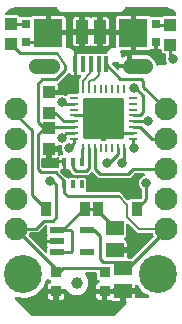
<source format=gbr>
G04 EAGLE Gerber RS-274X export*
G75*
%MOMM*%
%FSLAX34Y34*%
%LPD*%
%INTop Copper*%
%IPPOS*%
%AMOC8*
5,1,8,0,0,1.08239X$1,22.5*%
G01*
%ADD10C,1.000000*%
%ADD11R,1.500000X1.240000*%
%ADD12R,1.000000X1.075000*%
%ADD13R,0.800000X0.800000*%
%ADD14R,0.910000X1.220000*%
%ADD15C,3.216000*%
%ADD16R,2.413000X2.413000*%
%ADD17C,1.308000*%
%ADD18R,0.400000X1.350000*%
%ADD19R,1.000000X2.000000*%
%ADD20R,0.900000X0.900000*%
%ADD21C,0.350000*%
%ADD22R,0.250000X0.800000*%
%ADD23R,0.800000X0.250000*%
%ADD24R,0.350000X0.700000*%
%ADD25C,1.930400*%
%ADD26R,1.200000X0.550000*%
%ADD27C,0.800100*%
%ADD28C,0.254000*%
%ADD29C,0.203200*%

G36*
X12571Y84856D02*
X12571Y84856D01*
X12600Y84854D01*
X12728Y84876D01*
X12857Y84893D01*
X12884Y84903D01*
X12913Y84908D01*
X13032Y84962D01*
X13152Y85010D01*
X13176Y85027D01*
X13203Y85039D01*
X13305Y85120D01*
X13410Y85196D01*
X13429Y85219D01*
X13452Y85238D01*
X13530Y85341D01*
X13613Y85441D01*
X13625Y85468D01*
X13643Y85492D01*
X13714Y85636D01*
X14379Y87242D01*
X16078Y88941D01*
X18298Y89861D01*
X20125Y89861D01*
X20243Y89876D01*
X20362Y89883D01*
X20400Y89896D01*
X20441Y89901D01*
X20551Y89944D01*
X20664Y89981D01*
X20699Y90003D01*
X20736Y90018D01*
X20832Y90087D01*
X20933Y90151D01*
X20961Y90181D01*
X20994Y90204D01*
X21070Y90296D01*
X21151Y90383D01*
X21171Y90418D01*
X21196Y90449D01*
X21247Y90557D01*
X21305Y90661D01*
X21315Y90701D01*
X21332Y90737D01*
X21354Y90854D01*
X21384Y90969D01*
X21388Y91029D01*
X21392Y91049D01*
X21390Y91070D01*
X21394Y91130D01*
X21394Y100571D01*
X27690Y100571D01*
X27808Y100586D01*
X27927Y100593D01*
X27965Y100605D01*
X28006Y100611D01*
X28116Y100654D01*
X28229Y100691D01*
X28264Y100713D01*
X28301Y100728D01*
X28397Y100797D01*
X28498Y100861D01*
X28526Y100891D01*
X28559Y100914D01*
X28635Y101006D01*
X28716Y101093D01*
X28736Y101128D01*
X28761Y101159D01*
X28812Y101267D01*
X28870Y101371D01*
X28880Y101411D01*
X28897Y101447D01*
X28919Y101564D01*
X28949Y101679D01*
X28953Y101739D01*
X28957Y101759D01*
X28955Y101780D01*
X28959Y101840D01*
X28959Y103800D01*
X28944Y103918D01*
X28937Y104037D01*
X28924Y104075D01*
X28919Y104116D01*
X28876Y104226D01*
X28839Y104339D01*
X28817Y104374D01*
X28802Y104411D01*
X28733Y104507D01*
X28669Y104608D01*
X28639Y104636D01*
X28616Y104669D01*
X28524Y104745D01*
X28437Y104826D01*
X28402Y104846D01*
X28371Y104871D01*
X28263Y104922D01*
X28159Y104980D01*
X28119Y104990D01*
X28083Y105007D01*
X27966Y105029D01*
X27851Y105059D01*
X27791Y105063D01*
X27771Y105067D01*
X27750Y105065D01*
X27690Y105069D01*
X21394Y105069D01*
X21394Y115219D01*
X21567Y115866D01*
X21902Y116445D01*
X22375Y116918D01*
X22954Y117253D01*
X23601Y117426D01*
X33751Y117426D01*
X33751Y113140D01*
X33751Y113138D01*
X33751Y113136D01*
X33771Y112975D01*
X33791Y112824D01*
X33791Y112822D01*
X33792Y112820D01*
X33853Y112668D01*
X33908Y112529D01*
X33909Y112527D01*
X33909Y112525D01*
X34006Y112393D01*
X34094Y112271D01*
X34096Y112270D01*
X34097Y112268D01*
X34217Y112170D01*
X34339Y112068D01*
X34341Y112068D01*
X34343Y112066D01*
X34491Y111997D01*
X34627Y111933D01*
X34629Y111933D01*
X34631Y111932D01*
X34789Y111902D01*
X34939Y111873D01*
X34941Y111873D01*
X34943Y111873D01*
X35104Y111873D01*
X35710Y111914D01*
X35725Y111917D01*
X35740Y111916D01*
X35860Y111942D01*
X35916Y111939D01*
X35920Y111939D01*
X35923Y111938D01*
X36084Y111939D01*
X36106Y111940D01*
X36116Y111939D01*
X36130Y111935D01*
X36290Y111914D01*
X36896Y111873D01*
X36898Y111873D01*
X36900Y111873D01*
X37057Y111883D01*
X37213Y111892D01*
X37215Y111893D01*
X37217Y111893D01*
X37367Y111941D01*
X37516Y111989D01*
X37518Y111990D01*
X37519Y111991D01*
X37652Y112075D01*
X37785Y112159D01*
X37786Y112160D01*
X37788Y112161D01*
X37899Y112278D01*
X38004Y112389D01*
X38005Y112391D01*
X38006Y112393D01*
X38079Y112525D01*
X38158Y112668D01*
X38159Y112669D01*
X38160Y112671D01*
X38198Y112820D01*
X38239Y112975D01*
X38239Y112977D01*
X38239Y112979D01*
X38249Y113140D01*
X38249Y117426D01*
X48399Y117426D01*
X49046Y117253D01*
X49625Y116918D01*
X49769Y116774D01*
X49847Y116714D01*
X49919Y116646D01*
X49972Y116617D01*
X50020Y116580D01*
X50111Y116540D01*
X50198Y116492D01*
X50256Y116477D01*
X50312Y116453D01*
X50410Y116438D01*
X50505Y116413D01*
X50605Y116407D01*
X50626Y116403D01*
X50638Y116405D01*
X50666Y116403D01*
X60091Y116403D01*
X60189Y116415D01*
X60288Y116418D01*
X60347Y116435D01*
X60407Y116443D01*
X60499Y116479D01*
X60594Y116507D01*
X60646Y116537D01*
X60702Y116560D01*
X60783Y116618D01*
X60868Y116668D01*
X60943Y116734D01*
X60960Y116746D01*
X60968Y116756D01*
X60989Y116774D01*
X61468Y117254D01*
X71188Y117254D01*
X71238Y117260D01*
X71287Y117258D01*
X71395Y117280D01*
X71504Y117294D01*
X71550Y117312D01*
X71599Y117322D01*
X71698Y117370D01*
X71800Y117411D01*
X71840Y117440D01*
X71884Y117462D01*
X71968Y117533D01*
X72057Y117597D01*
X72089Y117636D01*
X72126Y117668D01*
X72190Y117758D01*
X72260Y117842D01*
X72281Y117887D01*
X72310Y117928D01*
X72349Y118031D01*
X72395Y118130D01*
X72405Y118179D01*
X72422Y118225D01*
X72434Y118335D01*
X72455Y118442D01*
X72452Y118492D01*
X72458Y118541D01*
X72442Y118650D01*
X72435Y118760D01*
X72420Y118807D01*
X72413Y118856D01*
X72361Y119009D01*
X72064Y119725D01*
X72060Y119733D01*
X72057Y119742D01*
X72049Y119756D01*
X72045Y119769D01*
X71995Y119847D01*
X71982Y119870D01*
X71907Y120001D01*
X71900Y120008D01*
X71896Y120016D01*
X71789Y120137D01*
X69337Y122589D01*
X69329Y122595D01*
X69323Y122602D01*
X69204Y122692D01*
X69085Y122784D01*
X69077Y122788D01*
X69069Y122793D01*
X68925Y122864D01*
X65720Y124192D01*
X65618Y124220D01*
X65518Y124256D01*
X65434Y124270D01*
X65413Y124276D01*
X65397Y124276D01*
X65359Y124282D01*
X63624Y124453D01*
X63605Y124453D01*
X63500Y124459D01*
X29518Y124459D01*
X29420Y124447D01*
X29321Y124444D01*
X29263Y124427D01*
X29203Y124419D01*
X29111Y124383D01*
X29015Y124355D01*
X28963Y124325D01*
X28907Y124302D01*
X28827Y124244D01*
X28742Y124194D01*
X28666Y124128D01*
X28650Y124116D01*
X28642Y124106D01*
X28621Y124088D01*
X25182Y120649D01*
X-25182Y120649D01*
X-28621Y124088D01*
X-28699Y124148D01*
X-28771Y124216D01*
X-28824Y124245D01*
X-28872Y124282D01*
X-28963Y124322D01*
X-29050Y124370D01*
X-29108Y124385D01*
X-29164Y124409D01*
X-29262Y124424D01*
X-29357Y124449D01*
X-29458Y124455D01*
X-29478Y124459D01*
X-29490Y124457D01*
X-29518Y124459D01*
X-63500Y124459D01*
X-63520Y124457D01*
X-63624Y124453D01*
X-65359Y124282D01*
X-65462Y124259D01*
X-65568Y124244D01*
X-65648Y124217D01*
X-65669Y124212D01*
X-65683Y124205D01*
X-65720Y124192D01*
X-68925Y122864D01*
X-68933Y122860D01*
X-68942Y122857D01*
X-69072Y122781D01*
X-69201Y122707D01*
X-69208Y122700D01*
X-69216Y122696D01*
X-69337Y122589D01*
X-71789Y120137D01*
X-71795Y120129D01*
X-71802Y120123D01*
X-71892Y120004D01*
X-71934Y119950D01*
X-71967Y119910D01*
X-71970Y119903D01*
X-71984Y119885D01*
X-71988Y119877D01*
X-71993Y119869D01*
X-72064Y119725D01*
X-72256Y119263D01*
X-72269Y119215D01*
X-72290Y119170D01*
X-72311Y119062D01*
X-72340Y118956D01*
X-72341Y118906D01*
X-72350Y118857D01*
X-72343Y118748D01*
X-72345Y118638D01*
X-72333Y118590D01*
X-72330Y118540D01*
X-72296Y118436D01*
X-72271Y118329D01*
X-72247Y118285D01*
X-72232Y118238D01*
X-72173Y118145D01*
X-72122Y118048D01*
X-72089Y118011D01*
X-72062Y117969D01*
X-71982Y117894D01*
X-71908Y117812D01*
X-71867Y117785D01*
X-71830Y117751D01*
X-71734Y117698D01*
X-71642Y117638D01*
X-71595Y117621D01*
X-71552Y117597D01*
X-71446Y117570D01*
X-71342Y117534D01*
X-71292Y117530D01*
X-71244Y117518D01*
X-71083Y117508D01*
X-61468Y117508D01*
X-60735Y116774D01*
X-60656Y116714D01*
X-60584Y116646D01*
X-60531Y116617D01*
X-60483Y116580D01*
X-60393Y116540D01*
X-60306Y116492D01*
X-60247Y116477D01*
X-60192Y116453D01*
X-60094Y116438D01*
X-59998Y116413D01*
X-59898Y116407D01*
X-59878Y116403D01*
X-59865Y116405D01*
X-59837Y116403D01*
X-50666Y116403D01*
X-50568Y116415D01*
X-50469Y116418D01*
X-50411Y116435D01*
X-50351Y116443D01*
X-50258Y116479D01*
X-50163Y116507D01*
X-50111Y116537D01*
X-50055Y116560D01*
X-49975Y116618D01*
X-49889Y116668D01*
X-49814Y116734D01*
X-49798Y116746D01*
X-49790Y116756D01*
X-49769Y116775D01*
X-49625Y116918D01*
X-49046Y117253D01*
X-48399Y117426D01*
X-38249Y117426D01*
X-38249Y113282D01*
X-38244Y113242D01*
X-38247Y113202D01*
X-38224Y113085D01*
X-38209Y112967D01*
X-38195Y112929D01*
X-38187Y112889D01*
X-38136Y112782D01*
X-38092Y112671D01*
X-38069Y112638D01*
X-38051Y112602D01*
X-37976Y112510D01*
X-37906Y112414D01*
X-37874Y112388D01*
X-37849Y112357D01*
X-37752Y112287D01*
X-37661Y112211D01*
X-37624Y112194D01*
X-37591Y112170D01*
X-37480Y112126D01*
X-37373Y112075D01*
X-37333Y112068D01*
X-37296Y112053D01*
X-37137Y112023D01*
X-36157Y111900D01*
X-36080Y111900D01*
X-36003Y111890D01*
X-35843Y111900D01*
X-35840Y111901D01*
X-35839Y111901D01*
X-34863Y112023D01*
X-34823Y112033D01*
X-34783Y112035D01*
X-34670Y112072D01*
X-34554Y112101D01*
X-34519Y112121D01*
X-34481Y112133D01*
X-34380Y112197D01*
X-34275Y112254D01*
X-34246Y112282D01*
X-34212Y112303D01*
X-34130Y112390D01*
X-34043Y112471D01*
X-34022Y112506D01*
X-33994Y112535D01*
X-33936Y112639D01*
X-33872Y112740D01*
X-33860Y112778D01*
X-33840Y112814D01*
X-33811Y112929D01*
X-33774Y113042D01*
X-33771Y113082D01*
X-33761Y113121D01*
X-33751Y113282D01*
X-33751Y117426D01*
X-23601Y117426D01*
X-22954Y117253D01*
X-22375Y116918D01*
X-21902Y116445D01*
X-21567Y115866D01*
X-21394Y115219D01*
X-21394Y105069D01*
X-27690Y105069D01*
X-27808Y105054D01*
X-27927Y105047D01*
X-27965Y105034D01*
X-28006Y105029D01*
X-28116Y104986D01*
X-28229Y104949D01*
X-28264Y104927D01*
X-28301Y104912D01*
X-28397Y104843D01*
X-28498Y104779D01*
X-28526Y104749D01*
X-28559Y104726D01*
X-28635Y104634D01*
X-28716Y104547D01*
X-28736Y104512D01*
X-28761Y104481D01*
X-28812Y104373D01*
X-28870Y104269D01*
X-28880Y104229D01*
X-28897Y104193D01*
X-28919Y104076D01*
X-28949Y103961D01*
X-28953Y103901D01*
X-28957Y103881D01*
X-28955Y103860D01*
X-28959Y103800D01*
X-28959Y101840D01*
X-28944Y101722D01*
X-28937Y101603D01*
X-28924Y101565D01*
X-28919Y101524D01*
X-28876Y101414D01*
X-28839Y101301D01*
X-28817Y101266D01*
X-28802Y101229D01*
X-28733Y101132D01*
X-28669Y101032D01*
X-28639Y101004D01*
X-28616Y100971D01*
X-28524Y100895D01*
X-28437Y100814D01*
X-28402Y100794D01*
X-28371Y100769D01*
X-28263Y100718D01*
X-28159Y100660D01*
X-28119Y100650D01*
X-28083Y100633D01*
X-27966Y100611D01*
X-27851Y100581D01*
X-27791Y100577D01*
X-27771Y100573D01*
X-27750Y100575D01*
X-27690Y100571D01*
X-21394Y100571D01*
X-21394Y91130D01*
X-21379Y91012D01*
X-21372Y90893D01*
X-21359Y90855D01*
X-21354Y90814D01*
X-21311Y90704D01*
X-21274Y90591D01*
X-21252Y90556D01*
X-21237Y90519D01*
X-21168Y90423D01*
X-21104Y90322D01*
X-21074Y90294D01*
X-21051Y90261D01*
X-20959Y90185D01*
X-20872Y90104D01*
X-20837Y90084D01*
X-20806Y90059D01*
X-20698Y90008D01*
X-20594Y89950D01*
X-20554Y89940D01*
X-20518Y89923D01*
X-20401Y89901D01*
X-20286Y89871D01*
X-20226Y89867D01*
X-20206Y89863D01*
X-20185Y89865D01*
X-20125Y89861D01*
X-18298Y89861D01*
X-16078Y88941D01*
X-14379Y87242D01*
X-13924Y86144D01*
X-13910Y86119D01*
X-13901Y86091D01*
X-13831Y85981D01*
X-13767Y85868D01*
X-13746Y85847D01*
X-13730Y85822D01*
X-13636Y85733D01*
X-13545Y85640D01*
X-13520Y85624D01*
X-13499Y85604D01*
X-13385Y85541D01*
X-13274Y85473D01*
X-13246Y85465D01*
X-13220Y85450D01*
X-13095Y85418D01*
X-12970Y85380D01*
X-12941Y85378D01*
X-12912Y85371D01*
X-12752Y85361D01*
X-10666Y85361D01*
X-10019Y85188D01*
X-9734Y85023D01*
X-9649Y84987D01*
X-9568Y84942D01*
X-9503Y84926D01*
X-9441Y84900D01*
X-9349Y84886D01*
X-9260Y84863D01*
X-9143Y84856D01*
X-9126Y84853D01*
X-9118Y84854D01*
X-9099Y84853D01*
X12541Y84853D01*
X12571Y84856D01*
G37*
G36*
X18840Y-137147D02*
X18840Y-137147D01*
X18939Y-137144D01*
X18997Y-137127D01*
X19057Y-137119D01*
X19149Y-137083D01*
X19245Y-137055D01*
X19297Y-137025D01*
X19353Y-137002D01*
X19433Y-136944D01*
X19518Y-136894D01*
X19594Y-136828D01*
X19610Y-136816D01*
X19618Y-136806D01*
X19639Y-136788D01*
X29974Y-126452D01*
X30060Y-126343D01*
X30148Y-126236D01*
X30157Y-126217D01*
X30169Y-126201D01*
X30225Y-126073D01*
X30284Y-125948D01*
X30288Y-125928D01*
X30296Y-125909D01*
X30318Y-125771D01*
X30344Y-125635D01*
X30342Y-125615D01*
X30346Y-125595D01*
X30332Y-125456D01*
X30324Y-125318D01*
X30318Y-125299D01*
X30316Y-125279D01*
X30269Y-125147D01*
X30226Y-125016D01*
X30215Y-124998D01*
X30208Y-124979D01*
X30130Y-124864D01*
X30056Y-124747D01*
X30041Y-124733D01*
X30030Y-124716D01*
X29925Y-124624D01*
X29844Y-124548D01*
X29844Y-118084D01*
X37346Y-118084D01*
X37346Y-120650D01*
X37361Y-120768D01*
X37368Y-120887D01*
X37381Y-120925D01*
X37386Y-120966D01*
X37429Y-121076D01*
X37466Y-121189D01*
X37488Y-121224D01*
X37503Y-121261D01*
X37572Y-121357D01*
X37636Y-121458D01*
X37666Y-121486D01*
X37689Y-121519D01*
X37781Y-121595D01*
X37868Y-121676D01*
X37903Y-121696D01*
X37934Y-121721D01*
X38042Y-121772D01*
X38146Y-121830D01*
X38186Y-121840D01*
X38222Y-121857D01*
X38339Y-121879D01*
X38454Y-121909D01*
X38514Y-121913D01*
X38534Y-121917D01*
X38555Y-121915D01*
X38615Y-121919D01*
X48222Y-121919D01*
X48367Y-121901D01*
X48512Y-121886D01*
X48524Y-121881D01*
X48538Y-121879D01*
X48673Y-121826D01*
X48810Y-121775D01*
X48821Y-121767D01*
X48833Y-121762D01*
X48951Y-121677D01*
X49071Y-121594D01*
X49080Y-121583D01*
X49091Y-121576D01*
X49184Y-121464D01*
X49279Y-121353D01*
X49285Y-121341D01*
X49294Y-121331D01*
X49355Y-121199D01*
X49421Y-121068D01*
X49423Y-121055D01*
X49429Y-121043D01*
X49456Y-120901D01*
X49487Y-120757D01*
X49486Y-120744D01*
X49489Y-120731D01*
X49480Y-120586D01*
X49474Y-120440D01*
X49470Y-120427D01*
X49469Y-120413D01*
X49424Y-120275D01*
X49382Y-120135D01*
X49375Y-120123D01*
X49371Y-120111D01*
X49293Y-119988D01*
X49218Y-119863D01*
X49208Y-119853D01*
X49201Y-119842D01*
X49095Y-119742D01*
X48991Y-119640D01*
X48976Y-119630D01*
X48969Y-119624D01*
X48954Y-119616D01*
X48857Y-119551D01*
X43679Y-116561D01*
X39642Y-111005D01*
X39622Y-110983D01*
X39611Y-110966D01*
X39581Y-110938D01*
X39541Y-110882D01*
X39479Y-110831D01*
X39424Y-110773D01*
X39357Y-110730D01*
X39296Y-110679D01*
X39223Y-110645D01*
X39156Y-110603D01*
X39080Y-110578D01*
X39008Y-110544D01*
X38929Y-110529D01*
X38853Y-110504D01*
X38774Y-110499D01*
X38695Y-110484D01*
X38616Y-110489D01*
X38536Y-110484D01*
X38457Y-110499D01*
X38378Y-110504D01*
X38302Y-110529D01*
X38223Y-110544D01*
X38151Y-110577D01*
X38076Y-110602D01*
X38008Y-110645D01*
X37936Y-110679D01*
X37874Y-110729D01*
X37807Y-110772D01*
X37752Y-110830D01*
X37690Y-110881D01*
X37644Y-110946D01*
X37589Y-111004D01*
X37550Y-111074D01*
X37503Y-111138D01*
X37474Y-111212D01*
X37435Y-111282D01*
X37415Y-111360D01*
X37386Y-111434D01*
X37376Y-111513D01*
X37356Y-111590D01*
X37350Y-111685D01*
X37348Y-111694D01*
X37349Y-111702D01*
X37346Y-111748D01*
X37346Y-111750D01*
X37346Y-111751D01*
X37346Y-113006D01*
X28575Y-113006D01*
X28457Y-113021D01*
X28338Y-113028D01*
X28300Y-113041D01*
X28260Y-113046D01*
X28149Y-113089D01*
X28036Y-113126D01*
X28001Y-113148D01*
X27964Y-113163D01*
X27868Y-113233D01*
X27767Y-113296D01*
X27739Y-113326D01*
X27707Y-113350D01*
X27631Y-113441D01*
X27549Y-113528D01*
X27530Y-113563D01*
X27504Y-113594D01*
X27453Y-113702D01*
X27396Y-113806D01*
X27385Y-113846D01*
X27368Y-113882D01*
X27346Y-113999D01*
X27316Y-114114D01*
X27312Y-114175D01*
X27308Y-114195D01*
X27310Y-114215D01*
X27309Y-114231D01*
X27308Y-114232D01*
X27309Y-114234D01*
X27306Y-114275D01*
X27306Y-115546D01*
X27304Y-115546D01*
X27304Y-114275D01*
X27289Y-114157D01*
X27282Y-114038D01*
X27269Y-114000D01*
X27264Y-113960D01*
X27220Y-113849D01*
X27184Y-113736D01*
X27162Y-113701D01*
X27147Y-113664D01*
X27077Y-113568D01*
X27014Y-113467D01*
X26984Y-113439D01*
X26960Y-113406D01*
X26869Y-113331D01*
X26782Y-113249D01*
X26747Y-113229D01*
X26715Y-113204D01*
X26608Y-113153D01*
X26504Y-113095D01*
X26464Y-113085D01*
X26428Y-113068D01*
X26311Y-113046D01*
X26196Y-113016D01*
X26135Y-113012D01*
X26115Y-113008D01*
X26095Y-113010D01*
X26035Y-113006D01*
X19920Y-113006D01*
X19802Y-113021D01*
X19683Y-113028D01*
X19645Y-113041D01*
X19604Y-113046D01*
X19494Y-113089D01*
X19381Y-113126D01*
X19346Y-113148D01*
X19309Y-113163D01*
X19213Y-113233D01*
X19112Y-113296D01*
X19084Y-113326D01*
X19051Y-113350D01*
X18975Y-113441D01*
X18894Y-113528D01*
X18874Y-113563D01*
X18849Y-113594D01*
X18798Y-113702D01*
X18771Y-113752D01*
X12590Y-113752D01*
X12472Y-113766D01*
X12353Y-113774D01*
X12315Y-113786D01*
X12275Y-113791D01*
X12164Y-113835D01*
X12051Y-113872D01*
X12017Y-113894D01*
X11979Y-113908D01*
X11883Y-113978D01*
X11782Y-114042D01*
X11754Y-114071D01*
X11722Y-114095D01*
X11646Y-114187D01*
X11614Y-114221D01*
X11609Y-114213D01*
X11579Y-114185D01*
X11555Y-114152D01*
X11464Y-114076D01*
X11377Y-113995D01*
X11342Y-113975D01*
X11310Y-113949D01*
X11203Y-113899D01*
X11098Y-113841D01*
X11059Y-113831D01*
X11023Y-113814D01*
X10906Y-113792D01*
X10790Y-113762D01*
X10730Y-113758D01*
X10710Y-113754D01*
X10690Y-113755D01*
X10630Y-113752D01*
X4569Y-113752D01*
X4569Y-111166D01*
X4742Y-110520D01*
X5077Y-109941D01*
X5550Y-109468D01*
X6129Y-109133D01*
X6519Y-109029D01*
X6660Y-108971D01*
X6802Y-108915D01*
X6807Y-108911D01*
X6814Y-108909D01*
X6936Y-108818D01*
X7059Y-108728D01*
X7063Y-108723D01*
X7069Y-108719D01*
X7164Y-108601D01*
X7262Y-108483D01*
X7265Y-108477D01*
X7269Y-108472D01*
X7332Y-108334D01*
X7397Y-108196D01*
X7399Y-108189D01*
X7402Y-108183D01*
X7429Y-108033D01*
X7457Y-107883D01*
X7457Y-107877D01*
X7458Y-107870D01*
X7447Y-107717D01*
X7438Y-107566D01*
X7435Y-107560D01*
X7435Y-107553D01*
X7386Y-107407D01*
X7339Y-107263D01*
X7336Y-107258D01*
X7334Y-107251D01*
X7251Y-107123D01*
X7169Y-106995D01*
X7164Y-106990D01*
X7161Y-106984D01*
X7049Y-106881D01*
X6938Y-106777D01*
X6932Y-106773D01*
X6927Y-106769D01*
X6792Y-106696D01*
X6659Y-106623D01*
X6653Y-106622D01*
X6647Y-106618D01*
X6498Y-106582D01*
X6351Y-106544D01*
X6342Y-106543D01*
X6338Y-106542D01*
X6327Y-106542D01*
X6273Y-106539D01*
X5077Y-105343D01*
X5077Y-101092D01*
X5062Y-100974D01*
X5055Y-100855D01*
X5042Y-100817D01*
X5037Y-100776D01*
X4994Y-100666D01*
X4957Y-100553D01*
X4935Y-100518D01*
X4920Y-100481D01*
X4851Y-100385D01*
X4787Y-100284D01*
X4757Y-100256D01*
X4734Y-100223D01*
X4642Y-100147D01*
X4555Y-100066D01*
X4520Y-100046D01*
X4489Y-100021D01*
X4381Y-99970D01*
X4277Y-99912D01*
X4237Y-99902D01*
X4201Y-99885D01*
X4084Y-99863D01*
X3969Y-99833D01*
X3909Y-99829D01*
X3889Y-99825D01*
X3868Y-99827D01*
X3808Y-99823D01*
X-3744Y-99823D01*
X-3875Y-99839D01*
X-4008Y-99850D01*
X-4033Y-99859D01*
X-4060Y-99863D01*
X-4183Y-99911D01*
X-4308Y-99955D01*
X-4330Y-99970D01*
X-4355Y-99980D01*
X-4462Y-100057D01*
X-4573Y-100131D01*
X-4591Y-100151D01*
X-4613Y-100166D01*
X-4697Y-100269D01*
X-4786Y-100367D01*
X-4798Y-100391D01*
X-4816Y-100411D01*
X-4872Y-100531D01*
X-4933Y-100648D01*
X-4940Y-100675D01*
X-4951Y-100699D01*
X-4976Y-100829D01*
X-5006Y-100958D01*
X-5006Y-100985D01*
X-5011Y-101011D01*
X-5003Y-101143D01*
X-5000Y-101276D01*
X-4993Y-101302D01*
X-4991Y-101329D01*
X-4950Y-101455D01*
X-4915Y-101582D01*
X-4898Y-101617D01*
X-4893Y-101631D01*
X-4881Y-101650D01*
X-4843Y-101727D01*
X-2064Y-106540D01*
X-2064Y-111900D01*
X-4744Y-116541D01*
X-9385Y-119221D01*
X-14745Y-119221D01*
X-19386Y-116541D01*
X-20630Y-114386D01*
X-20694Y-114302D01*
X-20751Y-114213D01*
X-20790Y-114176D01*
X-20822Y-114133D01*
X-20905Y-114067D01*
X-20982Y-113995D01*
X-21029Y-113969D01*
X-21072Y-113935D01*
X-21168Y-113892D01*
X-21261Y-113841D01*
X-21313Y-113828D01*
X-21362Y-113806D01*
X-21467Y-113788D01*
X-21569Y-113762D01*
X-21654Y-113756D01*
X-21676Y-113753D01*
X-21691Y-113754D01*
X-21729Y-113752D01*
X-28410Y-113752D01*
X-28528Y-113766D01*
X-28647Y-113774D01*
X-28685Y-113786D01*
X-28725Y-113791D01*
X-28836Y-113835D01*
X-28949Y-113872D01*
X-28983Y-113894D01*
X-29021Y-113908D01*
X-29117Y-113978D01*
X-29218Y-114042D01*
X-29246Y-114071D01*
X-29278Y-114095D01*
X-29354Y-114187D01*
X-29386Y-114221D01*
X-29391Y-114213D01*
X-29421Y-114185D01*
X-29445Y-114152D01*
X-29536Y-114076D01*
X-29623Y-113995D01*
X-29658Y-113975D01*
X-29690Y-113949D01*
X-29797Y-113899D01*
X-29902Y-113841D01*
X-29941Y-113831D01*
X-29977Y-113814D01*
X-30094Y-113792D01*
X-30210Y-113762D01*
X-30270Y-113758D01*
X-30290Y-113754D01*
X-30310Y-113755D01*
X-30370Y-113752D01*
X-36431Y-113752D01*
X-36431Y-111166D01*
X-36258Y-110520D01*
X-35923Y-109941D01*
X-35450Y-109468D01*
X-34871Y-109133D01*
X-34481Y-109029D01*
X-34339Y-108971D01*
X-34198Y-108915D01*
X-34193Y-108911D01*
X-34186Y-108909D01*
X-34065Y-108818D01*
X-33941Y-108728D01*
X-33936Y-108723D01*
X-33931Y-108719D01*
X-33837Y-108602D01*
X-33738Y-108483D01*
X-33735Y-108477D01*
X-33731Y-108472D01*
X-33667Y-108333D01*
X-33602Y-108196D01*
X-33601Y-108189D01*
X-33598Y-108183D01*
X-33571Y-108032D01*
X-33543Y-107883D01*
X-33543Y-107877D01*
X-33542Y-107870D01*
X-33553Y-107718D01*
X-33562Y-107566D01*
X-33564Y-107559D01*
X-33565Y-107553D01*
X-33614Y-107408D01*
X-33660Y-107263D01*
X-33664Y-107258D01*
X-33666Y-107251D01*
X-33749Y-107123D01*
X-33831Y-106995D01*
X-33835Y-106990D01*
X-33839Y-106984D01*
X-33951Y-106881D01*
X-34062Y-106777D01*
X-34068Y-106773D01*
X-34073Y-106769D01*
X-34207Y-106697D01*
X-34341Y-106623D01*
X-34347Y-106622D01*
X-34353Y-106618D01*
X-34501Y-106582D01*
X-34649Y-106544D01*
X-34658Y-106543D01*
X-34662Y-106542D01*
X-34673Y-106542D01*
X-34727Y-106539D01*
X-35542Y-105723D01*
X-35569Y-105703D01*
X-35590Y-105678D01*
X-35694Y-105606D01*
X-35794Y-105528D01*
X-35824Y-105515D01*
X-35851Y-105496D01*
X-35970Y-105452D01*
X-36086Y-105402D01*
X-36118Y-105397D01*
X-36149Y-105385D01*
X-36275Y-105372D01*
X-36400Y-105352D01*
X-36433Y-105355D01*
X-36465Y-105352D01*
X-36590Y-105370D01*
X-36716Y-105382D01*
X-36747Y-105393D01*
X-36780Y-105398D01*
X-36896Y-105447D01*
X-37016Y-105489D01*
X-37043Y-105508D01*
X-37073Y-105521D01*
X-37174Y-105597D01*
X-37279Y-105668D01*
X-37301Y-105693D01*
X-37327Y-105713D01*
X-37406Y-105812D01*
X-37489Y-105906D01*
X-37504Y-105936D01*
X-37525Y-105962D01*
X-37599Y-106104D01*
X-40863Y-113434D01*
X-47084Y-119035D01*
X-55046Y-121622D01*
X-62923Y-120794D01*
X-62969Y-120795D01*
X-63015Y-120788D01*
X-63128Y-120798D01*
X-63241Y-120801D01*
X-63285Y-120813D01*
X-63332Y-120818D01*
X-63438Y-120856D01*
X-63547Y-120886D01*
X-63587Y-120910D01*
X-63631Y-120925D01*
X-63725Y-120989D01*
X-63822Y-121045D01*
X-63856Y-121078D01*
X-63894Y-121104D01*
X-63969Y-121189D01*
X-64050Y-121268D01*
X-64074Y-121307D01*
X-64105Y-121342D01*
X-64156Y-121443D01*
X-64215Y-121540D01*
X-64228Y-121584D01*
X-64249Y-121626D01*
X-64274Y-121736D01*
X-64307Y-121844D01*
X-64309Y-121890D01*
X-64319Y-121936D01*
X-64315Y-122049D01*
X-64320Y-122162D01*
X-64311Y-122207D01*
X-64309Y-122254D01*
X-64278Y-122362D01*
X-64254Y-122473D01*
X-64234Y-122515D01*
X-64221Y-122559D01*
X-64163Y-122656D01*
X-64113Y-122758D01*
X-64083Y-122793D01*
X-64059Y-122833D01*
X-63953Y-122954D01*
X-50119Y-136788D01*
X-50041Y-136848D01*
X-49969Y-136916D01*
X-49916Y-136945D01*
X-49868Y-136982D01*
X-49777Y-137022D01*
X-49690Y-137070D01*
X-49632Y-137085D01*
X-49576Y-137109D01*
X-49478Y-137124D01*
X-49383Y-137149D01*
X-49282Y-137155D01*
X-49262Y-137159D01*
X-49250Y-137157D01*
X-49222Y-137159D01*
X18742Y-137159D01*
X18840Y-137147D01*
G37*
G36*
X31980Y-39118D02*
X31980Y-39118D01*
X32099Y-39114D01*
X32138Y-39103D01*
X32178Y-39099D01*
X32290Y-39059D01*
X32405Y-39026D01*
X32439Y-39005D01*
X32478Y-38992D01*
X32576Y-38925D01*
X32679Y-38864D01*
X32724Y-38824D01*
X32741Y-38813D01*
X32754Y-38798D01*
X32799Y-38758D01*
X33335Y-38222D01*
X41663Y-38222D01*
X41761Y-38210D01*
X41860Y-38207D01*
X41919Y-38190D01*
X41979Y-38182D01*
X42071Y-38146D01*
X42166Y-38118D01*
X42218Y-38088D01*
X42274Y-38065D01*
X42355Y-38007D01*
X42440Y-37957D01*
X42515Y-37891D01*
X42532Y-37879D01*
X42540Y-37869D01*
X42561Y-37850D01*
X43316Y-37096D01*
X43376Y-37018D01*
X43444Y-36945D01*
X43473Y-36892D01*
X43510Y-36844D01*
X43550Y-36754D01*
X43598Y-36667D01*
X43613Y-36608D01*
X43637Y-36553D01*
X43652Y-36455D01*
X43677Y-36359D01*
X43683Y-36259D01*
X43687Y-36238D01*
X43685Y-36226D01*
X43687Y-36198D01*
X43687Y-29885D01*
X43675Y-29787D01*
X43672Y-29688D01*
X43655Y-29630D01*
X43647Y-29570D01*
X43611Y-29478D01*
X43583Y-29383D01*
X43553Y-29330D01*
X43530Y-29274D01*
X43472Y-29194D01*
X43422Y-29109D01*
X43356Y-29033D01*
X43344Y-29017D01*
X43334Y-29009D01*
X43316Y-28988D01*
X41875Y-27548D01*
X40957Y-25330D01*
X40957Y-22930D01*
X41875Y-20712D01*
X43572Y-19015D01*
X44950Y-18445D01*
X45011Y-18410D01*
X45076Y-18384D01*
X45148Y-18332D01*
X45226Y-18287D01*
X45277Y-18239D01*
X45333Y-18198D01*
X45390Y-18128D01*
X45455Y-18066D01*
X45491Y-18006D01*
X45536Y-17953D01*
X45574Y-17871D01*
X45621Y-17795D01*
X45642Y-17728D01*
X45671Y-17665D01*
X45688Y-17577D01*
X45715Y-17491D01*
X45718Y-17421D01*
X45731Y-17352D01*
X45726Y-17263D01*
X45730Y-17173D01*
X45716Y-17105D01*
X45711Y-17035D01*
X45684Y-16950D01*
X45666Y-16862D01*
X45635Y-16799D01*
X45613Y-16733D01*
X45565Y-16657D01*
X45526Y-16576D01*
X45481Y-16523D01*
X45443Y-16464D01*
X45378Y-16402D01*
X45320Y-16334D01*
X45262Y-16294D01*
X45212Y-16246D01*
X45133Y-16203D01*
X45059Y-16151D01*
X44994Y-16126D01*
X44933Y-16092D01*
X44846Y-16070D01*
X44762Y-16038D01*
X44693Y-16030D01*
X44625Y-16013D01*
X44464Y-16003D01*
X37454Y-16003D01*
X37356Y-16015D01*
X37257Y-16018D01*
X37198Y-16035D01*
X37138Y-16043D01*
X37046Y-16079D01*
X36951Y-16107D01*
X36899Y-16137D01*
X36843Y-16160D01*
X36763Y-16218D01*
X36677Y-16268D01*
X36602Y-16334D01*
X36585Y-16346D01*
X36577Y-16356D01*
X36556Y-16374D01*
X33118Y-19813D01*
X6252Y-19813D01*
X1532Y-15093D01*
X1438Y-15020D01*
X1349Y-14942D01*
X1313Y-14923D01*
X1281Y-14898D01*
X1172Y-14851D01*
X1066Y-14797D01*
X1027Y-14788D01*
X989Y-14772D01*
X872Y-14753D01*
X756Y-14727D01*
X715Y-14728D01*
X675Y-14722D01*
X557Y-14733D01*
X438Y-14737D01*
X399Y-14748D01*
X359Y-14752D01*
X247Y-14792D01*
X132Y-14825D01*
X97Y-14846D01*
X59Y-14860D01*
X-39Y-14926D01*
X-142Y-14987D01*
X-187Y-15027D01*
X-204Y-15038D01*
X-217Y-15054D01*
X-263Y-15093D01*
X-2442Y-17273D01*
X-14068Y-17273D01*
X-16374Y-14966D01*
X-18629Y-12711D01*
X-18713Y-12646D01*
X-18791Y-12575D01*
X-18838Y-12549D01*
X-18881Y-12516D01*
X-18978Y-12474D01*
X-19071Y-12424D01*
X-19123Y-12411D01*
X-19173Y-12390D01*
X-19277Y-12373D01*
X-19380Y-12348D01*
X-19433Y-12349D01*
X-19487Y-12340D01*
X-19592Y-12350D01*
X-19698Y-12351D01*
X-19782Y-12368D01*
X-19803Y-12370D01*
X-19818Y-12375D01*
X-19855Y-12383D01*
X-20452Y-12543D01*
X-21267Y-12543D01*
X-21267Y-6502D01*
X-21282Y-6384D01*
X-21290Y-6265D01*
X-21302Y-6227D01*
X-21307Y-6187D01*
X-21351Y-6076D01*
X-21388Y-5963D01*
X-21409Y-5929D01*
X-21424Y-5891D01*
X-21494Y-5795D01*
X-21558Y-5694D01*
X-21587Y-5666D01*
X-21611Y-5634D01*
X-21611Y-5633D01*
X-21612Y-5633D01*
X-21703Y-5557D01*
X-21790Y-5476D01*
X-21825Y-5456D01*
X-21857Y-5430D01*
X-21964Y-5380D01*
X-22069Y-5322D01*
X-22108Y-5312D01*
X-22144Y-5295D01*
X-22261Y-5273D01*
X-22376Y-5243D01*
X-22437Y-5239D01*
X-22457Y-5235D01*
X-22477Y-5236D01*
X-22537Y-5233D01*
X-26828Y-5233D01*
X-26828Y-3465D01*
X-26845Y-3327D01*
X-26858Y-3188D01*
X-26865Y-3169D01*
X-26867Y-3149D01*
X-26919Y-3020D01*
X-26966Y-2889D01*
X-26977Y-2872D01*
X-26984Y-2854D01*
X-27066Y-2741D01*
X-27144Y-2626D01*
X-27159Y-2613D01*
X-27171Y-2596D01*
X-27279Y-2507D01*
X-27383Y-2416D01*
X-27401Y-2406D01*
X-27416Y-2394D01*
X-27542Y-2334D01*
X-27666Y-2271D01*
X-27686Y-2267D01*
X-27704Y-2258D01*
X-27840Y-2232D01*
X-27976Y-2201D01*
X-27997Y-2202D01*
X-28016Y-2198D01*
X-28155Y-2207D01*
X-28294Y-2211D01*
X-28314Y-2217D01*
X-28334Y-2218D01*
X-28466Y-2261D01*
X-28600Y-2300D01*
X-28617Y-2310D01*
X-28636Y-2316D01*
X-28754Y-2391D01*
X-28874Y-2461D01*
X-28895Y-2480D01*
X-28905Y-2486D01*
X-28919Y-2501D01*
X-28994Y-2568D01*
X-29000Y-2573D01*
X-29579Y-2908D01*
X-30226Y-3081D01*
X-33061Y-3081D01*
X-33061Y2336D01*
X-28019Y2336D01*
X-28019Y-77D01*
X-28002Y-215D01*
X-27989Y-353D01*
X-27982Y-373D01*
X-27979Y-393D01*
X-27928Y-522D01*
X-27881Y-653D01*
X-27870Y-670D01*
X-27862Y-688D01*
X-27781Y-801D01*
X-27703Y-916D01*
X-27687Y-929D01*
X-27676Y-946D01*
X-27568Y-1035D01*
X-27464Y-1126D01*
X-27446Y-1136D01*
X-27431Y-1148D01*
X-27305Y-1208D01*
X-27181Y-1271D01*
X-27161Y-1275D01*
X-27143Y-1284D01*
X-27007Y-1310D01*
X-26871Y-1341D01*
X-26850Y-1340D01*
X-26831Y-1344D01*
X-26692Y-1335D01*
X-26553Y-1331D01*
X-26533Y-1325D01*
X-26513Y-1324D01*
X-26381Y-1281D01*
X-26247Y-1243D01*
X-26230Y-1232D01*
X-26211Y-1226D01*
X-26093Y-1152D01*
X-25973Y-1081D01*
X-25952Y-1062D01*
X-25942Y-1056D01*
X-25928Y-1041D01*
X-25853Y-975D01*
X-25847Y-969D01*
X-25268Y-634D01*
X-24621Y-461D01*
X-24470Y-461D01*
X-24333Y-444D01*
X-24194Y-431D01*
X-24175Y-424D01*
X-24155Y-421D01*
X-24026Y-370D01*
X-23894Y-323D01*
X-23878Y-312D01*
X-23859Y-304D01*
X-23746Y-223D01*
X-23631Y-145D01*
X-23618Y-129D01*
X-23602Y-118D01*
X-23513Y-10D01*
X-23421Y94D01*
X-23412Y112D01*
X-23399Y127D01*
X-23340Y253D01*
X-23276Y377D01*
X-23272Y397D01*
X-23263Y415D01*
X-23237Y551D01*
X-23207Y687D01*
X-23207Y708D01*
X-23204Y727D01*
X-23212Y866D01*
X-23216Y1005D01*
X-23222Y1025D01*
X-23223Y1045D01*
X-23266Y1177D01*
X-23305Y1311D01*
X-23315Y1328D01*
X-23321Y1347D01*
X-23396Y1465D01*
X-23466Y1585D01*
X-23485Y1606D01*
X-23491Y1616D01*
X-23506Y1630D01*
X-23525Y1652D01*
X-24448Y3880D01*
X-24448Y6308D01*
X-24434Y6382D01*
X-24405Y6488D01*
X-24404Y6538D01*
X-24395Y6587D01*
X-24402Y6697D01*
X-24400Y6806D01*
X-24412Y6855D01*
X-24415Y6904D01*
X-24448Y7009D01*
X-24474Y7116D01*
X-24497Y7160D01*
X-24513Y7207D01*
X-24571Y7300D01*
X-24623Y7397D01*
X-24656Y7434D01*
X-24683Y7476D01*
X-24763Y7551D01*
X-24837Y7632D01*
X-24878Y7659D01*
X-24914Y7694D01*
X-25011Y7747D01*
X-25102Y7807D01*
X-25149Y7823D01*
X-25193Y7847D01*
X-25299Y7875D01*
X-25403Y7910D01*
X-25453Y7914D01*
X-25501Y7927D01*
X-25662Y7937D01*
X-25965Y7937D01*
X-26264Y8061D01*
X-26312Y8074D01*
X-26357Y8095D01*
X-26465Y8116D01*
X-26571Y8145D01*
X-26621Y8145D01*
X-26670Y8155D01*
X-26779Y8148D01*
X-26889Y8150D01*
X-26937Y8138D01*
X-26987Y8135D01*
X-27091Y8101D01*
X-27198Y8076D01*
X-27242Y8052D01*
X-27289Y8037D01*
X-27382Y7978D01*
X-27479Y7927D01*
X-27516Y7893D01*
X-27558Y7867D01*
X-27633Y7787D01*
X-27715Y7713D01*
X-27742Y7671D01*
X-27776Y7635D01*
X-27829Y7539D01*
X-27889Y7447D01*
X-27906Y7400D01*
X-27930Y7357D01*
X-27935Y7334D01*
X-34330Y7334D01*
X-34448Y7319D01*
X-34567Y7312D01*
X-34605Y7299D01*
X-34645Y7294D01*
X-34756Y7251D01*
X-34869Y7214D01*
X-34903Y7192D01*
X-34941Y7177D01*
X-35037Y7108D01*
X-35138Y7044D01*
X-35166Y7014D01*
X-35198Y6991D01*
X-35274Y6899D01*
X-35356Y6812D01*
X-35375Y6777D01*
X-35401Y6746D01*
X-35452Y6638D01*
X-35509Y6534D01*
X-35519Y6494D01*
X-35537Y6458D01*
X-35559Y6341D01*
X-35589Y6226D01*
X-35593Y6166D01*
X-35596Y6146D01*
X-35595Y6125D01*
X-35599Y6065D01*
X-35599Y4874D01*
X-36790Y4874D01*
X-36908Y4859D01*
X-37027Y4852D01*
X-37065Y4839D01*
X-37106Y4834D01*
X-37216Y4790D01*
X-37329Y4754D01*
X-37364Y4732D01*
X-37401Y4717D01*
X-37497Y4647D01*
X-37598Y4584D01*
X-37626Y4554D01*
X-37659Y4530D01*
X-37735Y4439D01*
X-37816Y4352D01*
X-37836Y4317D01*
X-37861Y4285D01*
X-37912Y4178D01*
X-37970Y4073D01*
X-37980Y4034D01*
X-37997Y3998D01*
X-38019Y3881D01*
X-38049Y3765D01*
X-38053Y3705D01*
X-38057Y3685D01*
X-38055Y3665D01*
X-38059Y3605D01*
X-38059Y-3081D01*
X-40513Y-3081D01*
X-40631Y-3096D01*
X-40750Y-3103D01*
X-40788Y-3116D01*
X-40829Y-3121D01*
X-40939Y-3164D01*
X-41052Y-3201D01*
X-41087Y-3223D01*
X-41124Y-3238D01*
X-41220Y-3307D01*
X-41321Y-3371D01*
X-41349Y-3401D01*
X-41382Y-3424D01*
X-41457Y-3516D01*
X-41539Y-3603D01*
X-41559Y-3638D01*
X-41584Y-3669D01*
X-41635Y-3777D01*
X-41693Y-3881D01*
X-41703Y-3920D01*
X-41720Y-3957D01*
X-41742Y-4074D01*
X-41772Y-4189D01*
X-41776Y-4249D01*
X-41780Y-4269D01*
X-41778Y-4290D01*
X-41782Y-4350D01*
X-41782Y-10668D01*
X-41767Y-10786D01*
X-41760Y-10905D01*
X-41747Y-10943D01*
X-41742Y-10984D01*
X-41699Y-11094D01*
X-41662Y-11207D01*
X-41640Y-11242D01*
X-41625Y-11279D01*
X-41556Y-11375D01*
X-41492Y-11476D01*
X-41462Y-11504D01*
X-41439Y-11537D01*
X-41347Y-11613D01*
X-41260Y-11694D01*
X-41225Y-11714D01*
X-41194Y-11739D01*
X-41086Y-11790D01*
X-40982Y-11848D01*
X-40942Y-11858D01*
X-40906Y-11875D01*
X-40789Y-11897D01*
X-40674Y-11927D01*
X-40614Y-11931D01*
X-40594Y-11935D01*
X-40573Y-11933D01*
X-40513Y-11937D01*
X-28053Y-11937D01*
X-27928Y-11921D01*
X-27803Y-11912D01*
X-27771Y-11902D01*
X-27737Y-11897D01*
X-27620Y-11851D01*
X-27501Y-11811D01*
X-27473Y-11793D01*
X-27442Y-11780D01*
X-27340Y-11706D01*
X-27234Y-11638D01*
X-27211Y-11613D01*
X-27184Y-11594D01*
X-27104Y-11497D01*
X-27019Y-11404D01*
X-27003Y-11375D01*
X-26981Y-11349D01*
X-26928Y-11235D01*
X-26868Y-11124D01*
X-26860Y-11091D01*
X-26846Y-11061D01*
X-26822Y-10938D01*
X-26792Y-10815D01*
X-26792Y-10782D01*
X-26786Y-10749D01*
X-26794Y-10623D01*
X-26795Y-10497D01*
X-26805Y-10449D01*
X-26806Y-10431D01*
X-26812Y-10411D01*
X-26827Y-10339D01*
X-26828Y-10337D01*
X-26828Y-7771D01*
X-23806Y-7771D01*
X-23806Y-12543D01*
X-24734Y-12543D01*
X-24774Y-12536D01*
X-24787Y-12538D01*
X-24800Y-12536D01*
X-24945Y-12553D01*
X-25091Y-12566D01*
X-25103Y-12571D01*
X-25116Y-12572D01*
X-25253Y-12625D01*
X-25390Y-12674D01*
X-25401Y-12681D01*
X-25413Y-12686D01*
X-25532Y-12770D01*
X-25653Y-12852D01*
X-25662Y-12863D01*
X-25673Y-12870D01*
X-25766Y-12981D01*
X-25863Y-13091D01*
X-25870Y-13103D01*
X-25878Y-13113D01*
X-25942Y-13244D01*
X-26008Y-13374D01*
X-26011Y-13387D01*
X-26017Y-13399D01*
X-26046Y-13542D01*
X-26078Y-13684D01*
X-26077Y-13698D01*
X-26080Y-13711D01*
X-26072Y-13856D01*
X-26068Y-14002D01*
X-26064Y-14015D01*
X-26064Y-14028D01*
X-26020Y-14168D01*
X-25980Y-14308D01*
X-25973Y-14319D01*
X-25969Y-14332D01*
X-25891Y-14457D01*
X-25818Y-14582D01*
X-25806Y-14595D01*
X-25802Y-14603D01*
X-25789Y-14615D01*
X-25712Y-14703D01*
X-21541Y-18874D01*
X-20817Y-19598D01*
X-20738Y-19658D01*
X-20666Y-19726D01*
X-20613Y-19755D01*
X-20565Y-19792D01*
X-20474Y-19832D01*
X-20388Y-19880D01*
X-20329Y-19895D01*
X-20274Y-19919D01*
X-20176Y-19934D01*
X-20080Y-19959D01*
X-19980Y-19965D01*
X-19959Y-19969D01*
X-19947Y-19967D01*
X-19947Y-19968D01*
X-19684Y-20230D01*
X-19590Y-20303D01*
X-19501Y-20382D01*
X-19465Y-20400D01*
X-19433Y-20425D01*
X-19324Y-20472D01*
X-19218Y-20526D01*
X-19178Y-20535D01*
X-19141Y-20551D01*
X-19023Y-20570D01*
X-18907Y-20596D01*
X-18867Y-20595D01*
X-18827Y-20601D01*
X-18709Y-20590D01*
X-18590Y-20586D01*
X-18551Y-20575D01*
X-18511Y-20571D01*
X-18398Y-20531D01*
X-18284Y-20498D01*
X-18249Y-20477D01*
X-18211Y-20464D01*
X-18113Y-20397D01*
X-18010Y-20336D01*
X-17965Y-20296D01*
X-17948Y-20285D01*
X-17935Y-20270D01*
X-17889Y-20230D01*
X-17629Y-19969D01*
X-12445Y-19969D01*
X-12184Y-20230D01*
X-12090Y-20303D01*
X-12001Y-20382D01*
X-11965Y-20400D01*
X-11933Y-20425D01*
X-11824Y-20472D01*
X-11718Y-20526D01*
X-11678Y-20535D01*
X-11641Y-20551D01*
X-11523Y-20570D01*
X-11407Y-20596D01*
X-11367Y-20595D01*
X-11327Y-20601D01*
X-11209Y-20590D01*
X-11090Y-20586D01*
X-11051Y-20575D01*
X-11011Y-20571D01*
X-10898Y-20531D01*
X-10784Y-20498D01*
X-10749Y-20477D01*
X-10711Y-20464D01*
X-10613Y-20397D01*
X-10510Y-20336D01*
X-10465Y-20296D01*
X-10448Y-20285D01*
X-10435Y-20270D01*
X-10389Y-20230D01*
X-10129Y-19969D01*
X-4945Y-19969D01*
X-3754Y-21160D01*
X-3754Y-29844D01*
X-4001Y-30090D01*
X-4086Y-30200D01*
X-4175Y-30307D01*
X-4183Y-30326D01*
X-4196Y-30342D01*
X-4251Y-30470D01*
X-4310Y-30595D01*
X-4314Y-30615D01*
X-4322Y-30634D01*
X-4344Y-30772D01*
X-4370Y-30908D01*
X-4369Y-30928D01*
X-4372Y-30948D01*
X-4359Y-31087D01*
X-4350Y-31225D01*
X-4344Y-31244D01*
X-4342Y-31264D01*
X-4295Y-31395D01*
X-4252Y-31527D01*
X-4241Y-31545D01*
X-4234Y-31564D01*
X-4156Y-31678D01*
X-4082Y-31796D01*
X-4067Y-31810D01*
X-4056Y-31827D01*
X-3952Y-31919D01*
X-3850Y-32014D01*
X-3832Y-32024D01*
X-3817Y-32037D01*
X-3694Y-32100D01*
X-3572Y-32168D01*
X-3552Y-32173D01*
X-3534Y-32182D01*
X-3398Y-32212D01*
X-3264Y-32247D01*
X-3236Y-32249D01*
X-3224Y-32252D01*
X-3203Y-32251D01*
X-3103Y-32257D01*
X24863Y-32257D01*
X26813Y-34207D01*
X26813Y-34223D01*
X26830Y-34281D01*
X26838Y-34341D01*
X26874Y-34433D01*
X26902Y-34528D01*
X26932Y-34580D01*
X26955Y-34637D01*
X27013Y-34717D01*
X27063Y-34802D01*
X27129Y-34878D01*
X27141Y-34894D01*
X27151Y-34902D01*
X27169Y-34923D01*
X31004Y-38758D01*
X31099Y-38831D01*
X31188Y-38910D01*
X31224Y-38928D01*
X31256Y-38953D01*
X31365Y-39000D01*
X31471Y-39054D01*
X31510Y-39063D01*
X31548Y-39079D01*
X31665Y-39098D01*
X31781Y-39124D01*
X31822Y-39123D01*
X31862Y-39129D01*
X31980Y-39118D01*
G37*
G36*
X34224Y-88300D02*
X34224Y-88300D01*
X34323Y-88297D01*
X34382Y-88280D01*
X34442Y-88272D01*
X34534Y-88236D01*
X34629Y-88208D01*
X34681Y-88178D01*
X34737Y-88155D01*
X34817Y-88097D01*
X34903Y-88047D01*
X34978Y-87981D01*
X34995Y-87969D01*
X35003Y-87959D01*
X35024Y-87941D01*
X52775Y-70189D01*
X52793Y-70166D01*
X52816Y-70147D01*
X52891Y-70040D01*
X52970Y-69938D01*
X52982Y-69911D01*
X52999Y-69887D01*
X53045Y-69765D01*
X53096Y-69646D01*
X53101Y-69617D01*
X53112Y-69589D01*
X53126Y-69460D01*
X53146Y-69332D01*
X53144Y-69302D01*
X53147Y-69273D01*
X53129Y-69145D01*
X53116Y-69015D01*
X53106Y-68987D01*
X53102Y-68958D01*
X53050Y-68806D01*
X52440Y-67332D01*
X52425Y-67307D01*
X52416Y-67279D01*
X52347Y-67169D01*
X52282Y-67056D01*
X52262Y-67035D01*
X52246Y-67010D01*
X52151Y-66921D01*
X52061Y-66828D01*
X52036Y-66812D01*
X52014Y-66792D01*
X51901Y-66729D01*
X51790Y-66661D01*
X51762Y-66653D01*
X51736Y-66638D01*
X51610Y-66606D01*
X51486Y-66568D01*
X51457Y-66566D01*
X51428Y-66559D01*
X51267Y-66549D01*
X39377Y-66549D01*
X37220Y-64391D01*
X32019Y-59191D01*
X31910Y-59106D01*
X31803Y-59017D01*
X31784Y-59009D01*
X31768Y-58996D01*
X31640Y-58941D01*
X31515Y-58882D01*
X31495Y-58878D01*
X31476Y-58870D01*
X31338Y-58848D01*
X31202Y-58822D01*
X31182Y-58823D01*
X31162Y-58820D01*
X31023Y-58833D01*
X30885Y-58842D01*
X30866Y-58848D01*
X30846Y-58850D01*
X30714Y-58897D01*
X30583Y-58940D01*
X30565Y-58950D01*
X30546Y-58957D01*
X30431Y-59035D01*
X30314Y-59110D01*
X30300Y-59125D01*
X30283Y-59136D01*
X30191Y-59240D01*
X30096Y-59341D01*
X30086Y-59359D01*
X30073Y-59374D01*
X30009Y-59498D01*
X29942Y-59620D01*
X29937Y-59639D01*
X29928Y-59658D01*
X29898Y-59793D01*
X29863Y-59928D01*
X29861Y-59956D01*
X29858Y-59968D01*
X29859Y-59988D01*
X29853Y-60089D01*
X29853Y-69297D01*
X28488Y-70662D01*
X28411Y-70761D01*
X28329Y-70856D01*
X28314Y-70886D01*
X28293Y-70913D01*
X28243Y-71029D01*
X28187Y-71141D01*
X28180Y-71174D01*
X28167Y-71205D01*
X28147Y-71329D01*
X28121Y-71452D01*
X28122Y-71486D01*
X28117Y-71519D01*
X28129Y-71645D01*
X28134Y-71770D01*
X28143Y-71802D01*
X28147Y-71836D01*
X28189Y-71954D01*
X28225Y-72074D01*
X28243Y-72103D01*
X28254Y-72135D01*
X28325Y-72239D01*
X28390Y-72347D01*
X28414Y-72370D01*
X28433Y-72398D01*
X28527Y-72481D01*
X28617Y-72569D01*
X28657Y-72597D01*
X28671Y-72609D01*
X28690Y-72618D01*
X28751Y-72659D01*
X29380Y-73022D01*
X29853Y-73495D01*
X30188Y-74074D01*
X30361Y-74721D01*
X30361Y-78716D01*
X21590Y-78716D01*
X21472Y-78731D01*
X21353Y-78738D01*
X21315Y-78751D01*
X21275Y-78756D01*
X21164Y-78799D01*
X21051Y-78836D01*
X21016Y-78858D01*
X20979Y-78873D01*
X20883Y-78943D01*
X20782Y-79006D01*
X20754Y-79036D01*
X20722Y-79060D01*
X20646Y-79151D01*
X20564Y-79238D01*
X20545Y-79273D01*
X20519Y-79304D01*
X20468Y-79412D01*
X20411Y-79516D01*
X20400Y-79556D01*
X20383Y-79592D01*
X20361Y-79709D01*
X20331Y-79824D01*
X20327Y-79885D01*
X20323Y-79905D01*
X20325Y-79925D01*
X20321Y-79985D01*
X20321Y-82525D01*
X20336Y-82643D01*
X20343Y-82762D01*
X20356Y-82800D01*
X20361Y-82840D01*
X20405Y-82951D01*
X20441Y-83064D01*
X20463Y-83099D01*
X20478Y-83136D01*
X20548Y-83232D01*
X20611Y-83333D01*
X20641Y-83361D01*
X20665Y-83393D01*
X20756Y-83469D01*
X20843Y-83551D01*
X20878Y-83570D01*
X20910Y-83596D01*
X21017Y-83647D01*
X21121Y-83704D01*
X21161Y-83715D01*
X21197Y-83732D01*
X21314Y-83754D01*
X21429Y-83784D01*
X21490Y-83788D01*
X21510Y-83792D01*
X21530Y-83790D01*
X21590Y-83794D01*
X30361Y-83794D01*
X30361Y-87043D01*
X30376Y-87161D01*
X30383Y-87280D01*
X30396Y-87318D01*
X30401Y-87359D01*
X30444Y-87469D01*
X30481Y-87582D01*
X30503Y-87617D01*
X30518Y-87654D01*
X30587Y-87750D01*
X30651Y-87851D01*
X30681Y-87879D01*
X30704Y-87912D01*
X30796Y-87988D01*
X30883Y-88069D01*
X30918Y-88089D01*
X30949Y-88114D01*
X31057Y-88165D01*
X31161Y-88223D01*
X31201Y-88233D01*
X31237Y-88250D01*
X31354Y-88272D01*
X31469Y-88302D01*
X31529Y-88306D01*
X31549Y-88310D01*
X31570Y-88308D01*
X31630Y-88312D01*
X34126Y-88312D01*
X34224Y-88300D01*
G37*
G36*
X22900Y71414D02*
X22900Y71414D01*
X22979Y71411D01*
X23057Y71429D01*
X23137Y71436D01*
X23212Y71463D01*
X23290Y71480D01*
X23361Y71517D01*
X23436Y71544D01*
X23502Y71589D01*
X23573Y71625D01*
X23633Y71677D01*
X23699Y71722D01*
X23752Y71782D01*
X23812Y71835D01*
X23857Y71901D01*
X23910Y71961D01*
X23946Y72032D01*
X23991Y72098D01*
X24018Y72173D01*
X24055Y72244D01*
X24072Y72322D01*
X24099Y72397D01*
X24107Y72476D01*
X24124Y72554D01*
X24122Y72634D01*
X24129Y72713D01*
X24119Y72821D01*
X32270Y72821D01*
X32388Y72836D01*
X32507Y72843D01*
X32545Y72855D01*
X32585Y72861D01*
X32696Y72904D01*
X32809Y72941D01*
X32843Y72963D01*
X32881Y72978D01*
X32977Y73047D01*
X33078Y73111D01*
X33106Y73141D01*
X33138Y73164D01*
X33214Y73256D01*
X33296Y73343D01*
X33315Y73378D01*
X33341Y73409D01*
X33392Y73517D01*
X33449Y73621D01*
X33459Y73661D01*
X33477Y73697D01*
X33499Y73814D01*
X33529Y73929D01*
X33533Y73989D01*
X33536Y74009D01*
X33535Y74030D01*
X33539Y74090D01*
X33539Y74281D01*
X33730Y74281D01*
X33848Y74296D01*
X33967Y74303D01*
X34005Y74316D01*
X34046Y74321D01*
X34156Y74365D01*
X34269Y74401D01*
X34304Y74423D01*
X34341Y74438D01*
X34437Y74508D01*
X34538Y74571D01*
X34566Y74601D01*
X34599Y74625D01*
X34675Y74716D01*
X34756Y74803D01*
X34776Y74838D01*
X34801Y74870D01*
X34852Y74977D01*
X34910Y75082D01*
X34920Y75121D01*
X34937Y75157D01*
X34959Y75274D01*
X34989Y75390D01*
X34993Y75450D01*
X34997Y75470D01*
X34995Y75490D01*
X34999Y75550D01*
X34999Y83901D01*
X46795Y83901D01*
X48206Y83677D01*
X49566Y83235D01*
X50839Y82587D01*
X51996Y81746D01*
X53006Y80736D01*
X53847Y79579D01*
X54495Y78306D01*
X54937Y76946D01*
X55065Y76139D01*
X55096Y76034D01*
X55118Y75927D01*
X55140Y75882D01*
X55154Y75834D01*
X55209Y75740D01*
X55257Y75642D01*
X55290Y75603D01*
X55316Y75560D01*
X55393Y75483D01*
X55464Y75400D01*
X55505Y75371D01*
X55540Y75335D01*
X55634Y75279D01*
X55724Y75217D01*
X55771Y75199D01*
X55814Y75173D01*
X55919Y75143D01*
X56021Y75104D01*
X56071Y75098D01*
X56119Y75084D01*
X56228Y75081D01*
X56337Y75069D01*
X56387Y75076D01*
X56437Y75074D01*
X56544Y75098D01*
X56652Y75113D01*
X56726Y75138D01*
X56748Y75143D01*
X56763Y75151D01*
X56804Y75165D01*
X58267Y75771D01*
X62953Y75771D01*
X63002Y75777D01*
X63052Y75775D01*
X63159Y75797D01*
X63268Y75811D01*
X63315Y75829D01*
X63363Y75839D01*
X63462Y75887D01*
X63564Y75928D01*
X63604Y75957D01*
X63649Y75979D01*
X63732Y76050D01*
X63821Y76114D01*
X63853Y76153D01*
X63891Y76185D01*
X63954Y76275D01*
X64024Y76359D01*
X64045Y76404D01*
X64074Y76445D01*
X64113Y76548D01*
X64160Y76647D01*
X64169Y76696D01*
X64187Y76742D01*
X64199Y76852D01*
X64220Y76959D01*
X64216Y77009D01*
X64222Y77058D01*
X64207Y77167D01*
X64200Y77277D01*
X64185Y77324D01*
X64178Y77373D01*
X64126Y77526D01*
X63436Y79191D01*
X63436Y81591D01*
X63911Y82738D01*
X63913Y82746D01*
X63918Y82755D01*
X63955Y82900D01*
X63995Y83044D01*
X63995Y83054D01*
X63997Y83063D01*
X64007Y83223D01*
X64007Y84169D01*
X63992Y84287D01*
X63985Y84406D01*
X63972Y84444D01*
X63967Y84485D01*
X63924Y84595D01*
X63887Y84708D01*
X63865Y84743D01*
X63850Y84780D01*
X63781Y84876D01*
X63717Y84977D01*
X63687Y85005D01*
X63664Y85038D01*
X63572Y85114D01*
X63485Y85195D01*
X63450Y85215D01*
X63419Y85240D01*
X63311Y85291D01*
X63207Y85349D01*
X63167Y85359D01*
X63131Y85376D01*
X63014Y85398D01*
X62899Y85428D01*
X62839Y85432D01*
X62819Y85436D01*
X62798Y85434D01*
X62738Y85438D01*
X61468Y85438D01*
X60277Y86629D01*
X60277Y87560D01*
X60262Y87678D01*
X60255Y87797D01*
X60242Y87835D01*
X60237Y87876D01*
X60194Y87986D01*
X60157Y88099D01*
X60135Y88134D01*
X60120Y88171D01*
X60051Y88267D01*
X59987Y88368D01*
X59957Y88396D01*
X59934Y88429D01*
X59842Y88505D01*
X59755Y88586D01*
X59720Y88606D01*
X59689Y88631D01*
X59581Y88682D01*
X59477Y88740D01*
X59437Y88750D01*
X59401Y88767D01*
X59284Y88789D01*
X59169Y88819D01*
X59109Y88823D01*
X59089Y88827D01*
X59068Y88825D01*
X59008Y88829D01*
X57244Y88829D01*
X57244Y94640D01*
X57229Y94758D01*
X57222Y94877D01*
X57209Y94915D01*
X57204Y94955D01*
X57161Y95066D01*
X57124Y95179D01*
X57102Y95213D01*
X57087Y95251D01*
X57018Y95347D01*
X56954Y95448D01*
X56924Y95476D01*
X56901Y95508D01*
X56809Y95584D01*
X56722Y95666D01*
X56687Y95685D01*
X56656Y95711D01*
X56548Y95762D01*
X56444Y95819D01*
X56404Y95829D01*
X56368Y95847D01*
X56251Y95869D01*
X56136Y95899D01*
X56076Y95903D01*
X56056Y95906D01*
X56035Y95905D01*
X55975Y95909D01*
X54515Y95909D01*
X54397Y95894D01*
X54278Y95887D01*
X54240Y95874D01*
X54199Y95869D01*
X54089Y95825D01*
X53976Y95789D01*
X53941Y95767D01*
X53904Y95752D01*
X53807Y95682D01*
X53707Y95619D01*
X53679Y95589D01*
X53646Y95565D01*
X53570Y95474D01*
X53489Y95387D01*
X53469Y95352D01*
X53444Y95320D01*
X53393Y95213D01*
X53335Y95108D01*
X53325Y95069D01*
X53308Y95033D01*
X53286Y94916D01*
X53256Y94800D01*
X53252Y94740D01*
X53248Y94720D01*
X53250Y94700D01*
X53246Y94640D01*
X53246Y88829D01*
X50911Y88829D01*
X50667Y88894D01*
X50569Y88908D01*
X50473Y88931D01*
X50412Y88929D01*
X50352Y88938D01*
X50254Y88926D01*
X50155Y88924D01*
X50097Y88908D01*
X50036Y88901D01*
X49944Y88866D01*
X49848Y88839D01*
X49758Y88795D01*
X49739Y88787D01*
X49729Y88780D01*
X49704Y88768D01*
X49046Y88387D01*
X48399Y88214D01*
X38249Y88214D01*
X38249Y92510D01*
X38234Y92628D01*
X38227Y92747D01*
X38214Y92785D01*
X38209Y92826D01*
X38166Y92936D01*
X38129Y93049D01*
X38107Y93084D01*
X38092Y93121D01*
X38023Y93217D01*
X37959Y93318D01*
X37929Y93346D01*
X37906Y93379D01*
X37814Y93455D01*
X37727Y93536D01*
X37692Y93556D01*
X37661Y93581D01*
X37553Y93632D01*
X37449Y93690D01*
X37409Y93700D01*
X37373Y93717D01*
X37256Y93739D01*
X37141Y93769D01*
X37081Y93773D01*
X37061Y93777D01*
X37040Y93775D01*
X36980Y93779D01*
X35020Y93779D01*
X34902Y93764D01*
X34783Y93757D01*
X34745Y93744D01*
X34704Y93739D01*
X34594Y93696D01*
X34481Y93659D01*
X34446Y93637D01*
X34409Y93622D01*
X34312Y93553D01*
X34212Y93489D01*
X34184Y93459D01*
X34151Y93436D01*
X34075Y93344D01*
X33994Y93257D01*
X33974Y93222D01*
X33949Y93191D01*
X33898Y93083D01*
X33840Y92979D01*
X33830Y92939D01*
X33813Y92903D01*
X33791Y92786D01*
X33761Y92671D01*
X33757Y92611D01*
X33753Y92591D01*
X33755Y92570D01*
X33751Y92510D01*
X33751Y88214D01*
X26118Y88214D01*
X26068Y88208D01*
X26019Y88210D01*
X25911Y88188D01*
X25802Y88174D01*
X25756Y88156D01*
X25707Y88146D01*
X25609Y88098D01*
X25507Y88057D01*
X25466Y88028D01*
X25422Y88006D01*
X25338Y87935D01*
X25249Y87871D01*
X25218Y87832D01*
X25180Y87800D01*
X25117Y87710D01*
X25046Y87626D01*
X25025Y87581D01*
X24997Y87540D01*
X24958Y87437D01*
X24911Y87338D01*
X24902Y87289D01*
X24884Y87243D01*
X24872Y87133D01*
X24851Y87026D01*
X24854Y86976D01*
X24849Y86927D01*
X24864Y86818D01*
X24871Y86708D01*
X24886Y86661D01*
X24893Y86612D01*
X24945Y86459D01*
X25541Y85022D01*
X25541Y83116D01*
X25546Y83076D01*
X25543Y83037D01*
X25566Y82919D01*
X25581Y82800D01*
X25595Y82763D01*
X25603Y82724D01*
X25654Y82616D01*
X25698Y82505D01*
X25721Y82473D01*
X25738Y82437D01*
X25814Y82344D01*
X25884Y82247D01*
X25915Y82222D01*
X25940Y82191D01*
X26037Y82121D01*
X26129Y82045D01*
X26165Y82028D01*
X26198Y82004D01*
X26309Y81960D01*
X26417Y81909D01*
X26456Y81902D01*
X26493Y81887D01*
X26612Y81872D01*
X26729Y81849D01*
X26769Y81852D01*
X26809Y81847D01*
X26927Y81862D01*
X27047Y81869D01*
X27085Y81881D01*
X27124Y81886D01*
X27236Y81930D01*
X27349Y81967D01*
X27383Y81988D01*
X27420Y82003D01*
X27556Y82089D01*
X28241Y82587D01*
X29514Y83235D01*
X30874Y83677D01*
X31001Y83697D01*
X31001Y76819D01*
X24123Y76819D01*
X24149Y76984D01*
X24157Y77025D01*
X24183Y77111D01*
X24186Y77181D01*
X24200Y77250D01*
X24194Y77339D01*
X24198Y77429D01*
X24184Y77497D01*
X24180Y77567D01*
X24152Y77652D01*
X24134Y77740D01*
X24103Y77803D01*
X24082Y77870D01*
X24033Y77945D01*
X23994Y78026D01*
X23949Y78079D01*
X23911Y78138D01*
X23846Y78200D01*
X23788Y78268D01*
X23731Y78308D01*
X23680Y78356D01*
X23601Y78399D01*
X23528Y78451D01*
X23462Y78476D01*
X23401Y78509D01*
X23314Y78532D01*
X23230Y78564D01*
X23161Y78571D01*
X23093Y78589D01*
X23004Y78589D01*
X22914Y78599D01*
X22845Y78589D01*
X22775Y78589D01*
X22688Y78567D01*
X22599Y78554D01*
X22481Y78514D01*
X22467Y78510D01*
X22461Y78507D01*
X22447Y78502D01*
X20702Y77779D01*
X19026Y77779D01*
X18888Y77762D01*
X18749Y77749D01*
X18730Y77742D01*
X18710Y77739D01*
X18581Y77688D01*
X18450Y77641D01*
X18433Y77630D01*
X18415Y77622D01*
X18302Y77541D01*
X18187Y77463D01*
X18174Y77447D01*
X18157Y77436D01*
X18068Y77328D01*
X17976Y77224D01*
X17967Y77206D01*
X17954Y77191D01*
X17895Y77065D01*
X17832Y76941D01*
X17827Y76921D01*
X17819Y76903D01*
X17793Y76767D01*
X17762Y76631D01*
X17763Y76610D01*
X17759Y76591D01*
X17768Y76452D01*
X17772Y76313D01*
X17778Y76293D01*
X17779Y76273D01*
X17822Y76141D01*
X17860Y76007D01*
X17871Y75990D01*
X17877Y75971D01*
X17951Y75853D01*
X18022Y75733D01*
X18040Y75712D01*
X18047Y75702D01*
X18062Y75688D01*
X18128Y75613D01*
X21963Y71778D01*
X22026Y71729D01*
X22082Y71672D01*
X22151Y71632D01*
X22215Y71583D01*
X22288Y71551D01*
X22356Y71510D01*
X22433Y71488D01*
X22506Y71456D01*
X22585Y71444D01*
X22662Y71421D01*
X22741Y71419D01*
X22820Y71406D01*
X22900Y71414D01*
G37*
G36*
X-21156Y49604D02*
X-21156Y49604D01*
X-21026Y49601D01*
X-20998Y49608D01*
X-20968Y49609D01*
X-20843Y49645D01*
X-20717Y49676D01*
X-20691Y49689D01*
X-20663Y49698D01*
X-20551Y49764D01*
X-20436Y49824D01*
X-20414Y49844D01*
X-20389Y49859D01*
X-20268Y49966D01*
X-19123Y51110D01*
X-11333Y51110D01*
X-11215Y51125D01*
X-11096Y51133D01*
X-11058Y51145D01*
X-11018Y51150D01*
X-10907Y51194D01*
X-10794Y51231D01*
X-10760Y51252D01*
X-10722Y51267D01*
X-10626Y51337D01*
X-10525Y51401D01*
X-10497Y51430D01*
X-10465Y51454D01*
X-10389Y51546D01*
X-10307Y51632D01*
X-10288Y51668D01*
X-10262Y51699D01*
X-10211Y51807D01*
X-10154Y51911D01*
X-10143Y51950D01*
X-10126Y51987D01*
X-10104Y52104D01*
X-10074Y52219D01*
X-10070Y52279D01*
X-10066Y52299D01*
X-10068Y52319D01*
X-10064Y52380D01*
X-10064Y60199D01*
X-10044Y60235D01*
X-10007Y60283D01*
X-9967Y60374D01*
X-9920Y60461D01*
X-9904Y60519D01*
X-9880Y60575D01*
X-9865Y60673D01*
X-9840Y60769D01*
X-9834Y60869D01*
X-9831Y60889D01*
X-9832Y60901D01*
X-9830Y60929D01*
X-9830Y63697D01*
X-8663Y64864D01*
X-8573Y64980D01*
X-8482Y65092D01*
X-8476Y65105D01*
X-8468Y65115D01*
X-8410Y65249D01*
X-8349Y65381D01*
X-8347Y65395D01*
X-8341Y65407D01*
X-8318Y65552D01*
X-8293Y65694D01*
X-8294Y65708D01*
X-8291Y65721D01*
X-8305Y65867D01*
X-8316Y66012D01*
X-8320Y66024D01*
X-8321Y66038D01*
X-8371Y66175D01*
X-8417Y66313D01*
X-8424Y66324D01*
X-8429Y66337D01*
X-8511Y66458D01*
X-8590Y66580D01*
X-8600Y66589D01*
X-8607Y66600D01*
X-8717Y66697D01*
X-8824Y66795D01*
X-8836Y66802D01*
X-8846Y66811D01*
X-8976Y66877D01*
X-9104Y66946D01*
X-9117Y66949D01*
X-9129Y66955D01*
X-9272Y66987D01*
X-9413Y67022D01*
X-9426Y67022D01*
X-9439Y67025D01*
X-9586Y67021D01*
X-9731Y67019D01*
X-9749Y67016D01*
X-9757Y67015D01*
X-9774Y67011D01*
X-9889Y66987D01*
X-10666Y66779D01*
X-11731Y66779D01*
X-11731Y76070D01*
X-11746Y76188D01*
X-11753Y76307D01*
X-11765Y76345D01*
X-11770Y76385D01*
X-11814Y76496D01*
X-11851Y76609D01*
X-11873Y76643D01*
X-11887Y76681D01*
X-11957Y76777D01*
X-12021Y76878D01*
X-12051Y76906D01*
X-12074Y76938D01*
X-12166Y77014D01*
X-12253Y77096D01*
X-12288Y77115D01*
X-12319Y77141D01*
X-12427Y77192D01*
X-12531Y77249D01*
X-12570Y77259D01*
X-12607Y77277D01*
X-12724Y77299D01*
X-12839Y77329D01*
X-12899Y77333D01*
X-12919Y77336D01*
X-12920Y77336D01*
X-12940Y77335D01*
X-13000Y77339D01*
X-13118Y77324D01*
X-13237Y77317D01*
X-13275Y77304D01*
X-13316Y77299D01*
X-13426Y77255D01*
X-13540Y77219D01*
X-13574Y77197D01*
X-13611Y77182D01*
X-13708Y77112D01*
X-13808Y77048D01*
X-13836Y77019D01*
X-13869Y76995D01*
X-13945Y76903D01*
X-14026Y76817D01*
X-14046Y76781D01*
X-14072Y76750D01*
X-14122Y76643D01*
X-14180Y76538D01*
X-14190Y76499D01*
X-14207Y76463D01*
X-14229Y76346D01*
X-14259Y76230D01*
X-14263Y76170D01*
X-14267Y76150D01*
X-14266Y76130D01*
X-14269Y76070D01*
X-14269Y66779D01*
X-15334Y66779D01*
X-15981Y66952D01*
X-16560Y67287D01*
X-17033Y67760D01*
X-17394Y68385D01*
X-17470Y68486D01*
X-17541Y68590D01*
X-17566Y68612D01*
X-17586Y68639D01*
X-17685Y68717D01*
X-17779Y68800D01*
X-17809Y68815D01*
X-17836Y68836D01*
X-17950Y68887D01*
X-18062Y68945D01*
X-18095Y68952D01*
X-18126Y68966D01*
X-18250Y68987D01*
X-18373Y69014D01*
X-18406Y69013D01*
X-18440Y69019D01*
X-18565Y69008D01*
X-18691Y69005D01*
X-18723Y68995D01*
X-18757Y68992D01*
X-18875Y68951D01*
X-18996Y68916D01*
X-19025Y68899D01*
X-19057Y68888D01*
X-19162Y68819D01*
X-19270Y68755D01*
X-19307Y68722D01*
X-19322Y68712D01*
X-19337Y68696D01*
X-19391Y68648D01*
X-27934Y60105D01*
X-28003Y60016D01*
X-28078Y59933D01*
X-28100Y59891D01*
X-28129Y59854D01*
X-28174Y59750D01*
X-28226Y59651D01*
X-28237Y59605D01*
X-28256Y59562D01*
X-28273Y59451D01*
X-28299Y59342D01*
X-28298Y59294D01*
X-28305Y59248D01*
X-28295Y59136D01*
X-28293Y59024D01*
X-28280Y58978D01*
X-28276Y58931D01*
X-28238Y58825D01*
X-28207Y58717D01*
X-28202Y58706D01*
X-28019Y58024D01*
X-28019Y54814D01*
X-34330Y54814D01*
X-34448Y54799D01*
X-34567Y54792D01*
X-34605Y54779D01*
X-34645Y54774D01*
X-34756Y54731D01*
X-34869Y54694D01*
X-34903Y54672D01*
X-34941Y54657D01*
X-35037Y54588D01*
X-35138Y54524D01*
X-35166Y54494D01*
X-35198Y54471D01*
X-35274Y54379D01*
X-35356Y54292D01*
X-35375Y54257D01*
X-35401Y54226D01*
X-35452Y54118D01*
X-35509Y54014D01*
X-35519Y53974D01*
X-35537Y53938D01*
X-35559Y53821D01*
X-35589Y53706D01*
X-35593Y53646D01*
X-35596Y53626D01*
X-35595Y53605D01*
X-35599Y53545D01*
X-35599Y51085D01*
X-35584Y50967D01*
X-35577Y50848D01*
X-35564Y50810D01*
X-35559Y50769D01*
X-35515Y50659D01*
X-35479Y50546D01*
X-35457Y50511D01*
X-35442Y50474D01*
X-35372Y50377D01*
X-35309Y50277D01*
X-35279Y50249D01*
X-35255Y50216D01*
X-35164Y50140D01*
X-35077Y50059D01*
X-35042Y50039D01*
X-35010Y50014D01*
X-34903Y49963D01*
X-34798Y49905D01*
X-34759Y49895D01*
X-34723Y49878D01*
X-34606Y49856D01*
X-34490Y49826D01*
X-34430Y49822D01*
X-34410Y49818D01*
X-34390Y49820D01*
X-34330Y49816D01*
X-27829Y49816D01*
X-27820Y49817D01*
X-27811Y49816D01*
X-27662Y49837D01*
X-27514Y49856D01*
X-27505Y49859D01*
X-27496Y49860D01*
X-27343Y49912D01*
X-25965Y50483D01*
X-23565Y50483D01*
X-21651Y49690D01*
X-21623Y49683D01*
X-21596Y49669D01*
X-21470Y49641D01*
X-21344Y49607D01*
X-21315Y49606D01*
X-21286Y49600D01*
X-21156Y49604D01*
G37*
G36*
X-38079Y-83358D02*
X-38079Y-83358D01*
X-37941Y-83349D01*
X-37922Y-83343D01*
X-37902Y-83341D01*
X-37770Y-83294D01*
X-37639Y-83251D01*
X-37621Y-83240D01*
X-37602Y-83233D01*
X-37487Y-83155D01*
X-37370Y-83081D01*
X-37356Y-83066D01*
X-37339Y-83055D01*
X-37247Y-82951D01*
X-37152Y-82849D01*
X-37142Y-82832D01*
X-37129Y-82816D01*
X-37065Y-82693D01*
X-36998Y-82571D01*
X-36993Y-82551D01*
X-36984Y-82533D01*
X-36954Y-82397D01*
X-36919Y-82263D01*
X-36917Y-82235D01*
X-36914Y-82223D01*
X-36915Y-82202D01*
X-36909Y-82102D01*
X-36909Y-79543D01*
X-36855Y-79483D01*
X-36845Y-79463D01*
X-36838Y-79454D01*
X-36831Y-79439D01*
X-36812Y-79415D01*
X-36765Y-79306D01*
X-36711Y-79199D01*
X-36704Y-79170D01*
X-36703Y-79167D01*
X-36701Y-79158D01*
X-36686Y-79124D01*
X-36667Y-79006D01*
X-36641Y-78889D01*
X-36643Y-78849D01*
X-36636Y-78810D01*
X-36647Y-78691D01*
X-36651Y-78571D01*
X-36662Y-78533D01*
X-36666Y-78493D01*
X-36706Y-78381D01*
X-36740Y-78266D01*
X-36760Y-78231D01*
X-36774Y-78194D01*
X-36821Y-78124D01*
X-36826Y-78115D01*
X-37244Y-77391D01*
X-37417Y-76744D01*
X-37417Y-75034D01*
X-28981Y-75034D01*
X-28863Y-75019D01*
X-28744Y-75012D01*
X-28706Y-74999D01*
X-28666Y-74994D01*
X-28555Y-74951D01*
X-28442Y-74914D01*
X-28408Y-74892D01*
X-28370Y-74877D01*
X-28274Y-74808D01*
X-28173Y-74744D01*
X-28145Y-74714D01*
X-28113Y-74691D01*
X-28037Y-74599D01*
X-27955Y-74512D01*
X-27936Y-74477D01*
X-27910Y-74446D01*
X-27859Y-74338D01*
X-27802Y-74234D01*
X-27792Y-74194D01*
X-27774Y-74158D01*
X-27752Y-74041D01*
X-27722Y-73926D01*
X-27718Y-73866D01*
X-27715Y-73846D01*
X-27716Y-73825D01*
X-27712Y-73765D01*
X-27712Y-73555D01*
X-27727Y-73437D01*
X-27734Y-73318D01*
X-27747Y-73280D01*
X-27752Y-73239D01*
X-27796Y-73129D01*
X-27832Y-73016D01*
X-27854Y-72981D01*
X-27869Y-72944D01*
X-27939Y-72847D01*
X-28002Y-72747D01*
X-28032Y-72719D01*
X-28056Y-72686D01*
X-28147Y-72610D01*
X-28234Y-72529D01*
X-28269Y-72509D01*
X-28301Y-72484D01*
X-28408Y-72433D01*
X-28513Y-72375D01*
X-28552Y-72365D01*
X-28588Y-72348D01*
X-28705Y-72326D01*
X-28821Y-72296D01*
X-28881Y-72292D01*
X-28901Y-72288D01*
X-28921Y-72290D01*
X-28981Y-72286D01*
X-37417Y-72286D01*
X-37417Y-70576D01*
X-37244Y-69929D01*
X-36868Y-69279D01*
X-36856Y-69265D01*
X-36837Y-69229D01*
X-36813Y-69198D01*
X-36765Y-69088D01*
X-36711Y-68982D01*
X-36702Y-68943D01*
X-36686Y-68906D01*
X-36668Y-68788D01*
X-36641Y-68671D01*
X-36643Y-68632D01*
X-36636Y-68592D01*
X-36647Y-68473D01*
X-36651Y-68353D01*
X-36662Y-68315D01*
X-36666Y-68275D01*
X-36706Y-68163D01*
X-36739Y-68048D01*
X-36760Y-68014D01*
X-36773Y-67976D01*
X-36840Y-67877D01*
X-36901Y-67774D01*
X-36909Y-67765D01*
X-36909Y-61154D01*
X-36926Y-61016D01*
X-36939Y-60877D01*
X-36946Y-60858D01*
X-36949Y-60838D01*
X-37000Y-60709D01*
X-37047Y-60578D01*
X-37058Y-60561D01*
X-37066Y-60543D01*
X-37147Y-60430D01*
X-37225Y-60315D01*
X-37241Y-60302D01*
X-37252Y-60285D01*
X-37360Y-60196D01*
X-37464Y-60104D01*
X-37482Y-60095D01*
X-37497Y-60082D01*
X-37623Y-60023D01*
X-37747Y-59960D01*
X-37767Y-59955D01*
X-37785Y-59947D01*
X-37921Y-59921D01*
X-38057Y-59890D01*
X-38078Y-59891D01*
X-38097Y-59887D01*
X-38236Y-59896D01*
X-38375Y-59900D01*
X-38395Y-59906D01*
X-38415Y-59907D01*
X-38547Y-59950D01*
X-38681Y-59988D01*
X-38698Y-59999D01*
X-38717Y-60005D01*
X-38835Y-60079D01*
X-38955Y-60150D01*
X-38976Y-60168D01*
X-38986Y-60175D01*
X-39000Y-60190D01*
X-39075Y-60256D01*
X-42681Y-63861D01*
X-44987Y-66168D01*
X-50855Y-66168D01*
X-50885Y-66171D01*
X-50914Y-66169D01*
X-51042Y-66191D01*
X-51171Y-66208D01*
X-51198Y-66218D01*
X-51228Y-66223D01*
X-51346Y-66277D01*
X-51467Y-66325D01*
X-51491Y-66342D01*
X-51517Y-66354D01*
X-51619Y-66435D01*
X-51724Y-66511D01*
X-51743Y-66534D01*
X-51766Y-66553D01*
X-51844Y-66656D01*
X-51927Y-66756D01*
X-51939Y-66783D01*
X-51957Y-66807D01*
X-52028Y-66951D01*
X-52610Y-68357D01*
X-52618Y-68385D01*
X-52632Y-68412D01*
X-52660Y-68538D01*
X-52694Y-68664D01*
X-52695Y-68693D01*
X-52701Y-68722D01*
X-52697Y-68852D01*
X-52699Y-68982D01*
X-52692Y-69010D01*
X-52692Y-69040D01*
X-52655Y-69164D01*
X-52625Y-69291D01*
X-52611Y-69317D01*
X-52603Y-69345D01*
X-52537Y-69457D01*
X-52476Y-69572D01*
X-52457Y-69594D01*
X-52442Y-69619D01*
X-52335Y-69740D01*
X-39075Y-83000D01*
X-38966Y-83085D01*
X-38859Y-83174D01*
X-38840Y-83182D01*
X-38824Y-83195D01*
X-38696Y-83250D01*
X-38571Y-83309D01*
X-38551Y-83313D01*
X-38532Y-83321D01*
X-38394Y-83343D01*
X-38258Y-83369D01*
X-38238Y-83368D01*
X-38218Y-83371D01*
X-38079Y-83358D01*
G37*
%LPC*%
G36*
X-5001Y106319D02*
X-5001Y106319D01*
X-5001Y116361D01*
X-2166Y116361D01*
X-1519Y116188D01*
X-940Y115853D01*
X-898Y115811D01*
X-803Y115738D01*
X-714Y115659D01*
X-678Y115640D01*
X-646Y115616D01*
X-537Y115568D01*
X-431Y115514D01*
X-392Y115505D01*
X-355Y115489D01*
X-237Y115471D01*
X-121Y115445D01*
X-80Y115446D01*
X-40Y115440D01*
X78Y115451D01*
X197Y115454D01*
X236Y115466D01*
X276Y115469D01*
X388Y115510D01*
X503Y115543D01*
X538Y115563D01*
X576Y115577D01*
X674Y115644D01*
X777Y115704D01*
X822Y115744D01*
X839Y115755D01*
X852Y115771D01*
X898Y115811D01*
X940Y115853D01*
X1519Y116188D01*
X2166Y116361D01*
X5001Y116361D01*
X5001Y106319D01*
X-5001Y106319D01*
G37*
%LPD*%
%LPC*%
G36*
X-5001Y91279D02*
X-5001Y91279D01*
X-5001Y101321D01*
X5001Y101321D01*
X5001Y91279D01*
X2166Y91279D01*
X1519Y91452D01*
X940Y91787D01*
X898Y91829D01*
X803Y91902D01*
X714Y91981D01*
X678Y92000D01*
X646Y92024D01*
X537Y92072D01*
X431Y92126D01*
X392Y92135D01*
X355Y92151D01*
X237Y92169D01*
X121Y92195D01*
X80Y92194D01*
X40Y92200D01*
X-78Y92189D01*
X-197Y92186D01*
X-236Y92174D01*
X-276Y92171D01*
X-388Y92130D01*
X-503Y92097D01*
X-538Y92077D01*
X-576Y92063D01*
X-674Y91996D01*
X-777Y91936D01*
X-822Y91896D01*
X-839Y91885D01*
X-852Y91869D01*
X-898Y91829D01*
X-940Y91787D01*
X-1519Y91452D01*
X-2166Y91279D01*
X-5001Y91279D01*
G37*
%LPD*%
G36*
X12107Y11375D02*
X12107Y11375D01*
X12226Y11383D01*
X12264Y11395D01*
X12304Y11400D01*
X12415Y11444D01*
X12528Y11481D01*
X12562Y11502D01*
X12600Y11517D01*
X12696Y11587D01*
X12797Y11651D01*
X12825Y11680D01*
X12857Y11704D01*
X12933Y11796D01*
X13015Y11882D01*
X13034Y11918D01*
X13060Y11949D01*
X13111Y12057D01*
X13168Y12161D01*
X13178Y12200D01*
X13196Y12237D01*
X13218Y12354D01*
X13248Y12469D01*
X13252Y12529D01*
X13255Y12549D01*
X13254Y12569D01*
X13258Y12630D01*
X13258Y29057D01*
X13243Y29176D01*
X13236Y29294D01*
X13223Y29333D01*
X13218Y29373D01*
X13174Y29484D01*
X13138Y29597D01*
X13116Y29631D01*
X13101Y29669D01*
X13031Y29765D01*
X12967Y29866D01*
X12938Y29893D01*
X12914Y29926D01*
X12823Y30002D01*
X12736Y30084D01*
X12700Y30103D01*
X12669Y30129D01*
X12562Y30180D01*
X12457Y30237D01*
X12418Y30247D01*
X12382Y30264D01*
X12265Y30287D01*
X12149Y30317D01*
X12089Y30320D01*
X12069Y30324D01*
X12049Y30323D01*
X11989Y30327D01*
X9449Y30327D01*
X9331Y30312D01*
X9212Y30304D01*
X9174Y30292D01*
X9133Y30287D01*
X9023Y30243D01*
X8909Y30206D01*
X8875Y30185D01*
X8838Y30170D01*
X8741Y30100D01*
X8641Y30036D01*
X8613Y30007D01*
X8580Y29983D01*
X8504Y29891D01*
X8423Y29805D01*
X8403Y29769D01*
X8377Y29738D01*
X8327Y29630D01*
X8269Y29526D01*
X8259Y29487D01*
X8242Y29450D01*
X8220Y29334D01*
X8190Y29218D01*
X8186Y29158D01*
X8182Y29138D01*
X8183Y29118D01*
X8180Y29057D01*
X8180Y12630D01*
X8195Y12511D01*
X8202Y12393D01*
X8214Y12354D01*
X8219Y12314D01*
X8263Y12203D01*
X8300Y12090D01*
X8322Y12056D01*
X8336Y12018D01*
X8406Y11922D01*
X8470Y11821D01*
X8500Y11794D01*
X8523Y11761D01*
X8615Y11685D01*
X8702Y11604D01*
X8737Y11584D01*
X8768Y11558D01*
X8876Y11507D01*
X8980Y11450D01*
X9019Y11440D01*
X9056Y11423D01*
X9173Y11400D01*
X9288Y11371D01*
X9348Y11367D01*
X9368Y11363D01*
X9389Y11364D01*
X9449Y11360D01*
X11989Y11360D01*
X12107Y11375D01*
G37*
%LPC*%
G36*
X19471Y-124286D02*
X19471Y-124286D01*
X18824Y-124113D01*
X18245Y-123778D01*
X17802Y-123335D01*
X17718Y-123270D01*
X17640Y-123198D01*
X17593Y-123173D01*
X17551Y-123140D01*
X17453Y-123098D01*
X17360Y-123048D01*
X17308Y-123035D01*
X17259Y-123014D01*
X17154Y-122997D01*
X17052Y-122972D01*
X16998Y-122972D01*
X16945Y-122964D01*
X16839Y-122974D01*
X16734Y-122975D01*
X16650Y-122991D01*
X16628Y-122994D01*
X16613Y-122999D01*
X16576Y-123006D01*
X16445Y-123042D01*
X13859Y-123042D01*
X13859Y-118250D01*
X15995Y-118250D01*
X16113Y-118235D01*
X16232Y-118228D01*
X16270Y-118215D01*
X16311Y-118210D01*
X16421Y-118166D01*
X16534Y-118130D01*
X16569Y-118108D01*
X16606Y-118093D01*
X16619Y-118084D01*
X24766Y-118084D01*
X24766Y-124286D01*
X19471Y-124286D01*
G37*
%LPD*%
%LPC*%
G36*
X9999Y106319D02*
X9999Y106319D01*
X9999Y116361D01*
X12834Y116361D01*
X13481Y116188D01*
X14060Y115853D01*
X14533Y115380D01*
X14868Y114801D01*
X15041Y114154D01*
X15041Y106319D01*
X9999Y106319D01*
G37*
%LPD*%
%LPC*%
G36*
X-15041Y106319D02*
X-15041Y106319D01*
X-15041Y114154D01*
X-14868Y114801D01*
X-14533Y115380D01*
X-14060Y115853D01*
X-13481Y116188D01*
X-12834Y116361D01*
X-9999Y116361D01*
X-9999Y106319D01*
X-15041Y106319D01*
G37*
%LPD*%
%LPC*%
G36*
X9999Y91279D02*
X9999Y91279D01*
X9999Y101321D01*
X15041Y101321D01*
X15041Y93486D01*
X14868Y92839D01*
X14533Y92260D01*
X14060Y91787D01*
X13481Y91452D01*
X12834Y91279D01*
X9999Y91279D01*
G37*
%LPD*%
%LPC*%
G36*
X-12834Y91279D02*
X-12834Y91279D01*
X-13481Y91452D01*
X-14060Y91787D01*
X-14533Y92260D01*
X-14868Y92839D01*
X-15041Y93486D01*
X-15041Y101321D01*
X-9999Y101321D01*
X-9999Y91279D01*
X-12834Y91279D01*
G37*
%LPD*%
%LPC*%
G36*
X-34224Y-123042D02*
X-34224Y-123042D01*
X-34871Y-122868D01*
X-35450Y-122534D01*
X-35923Y-122061D01*
X-36258Y-121482D01*
X-36431Y-120835D01*
X-36431Y-118250D01*
X-31639Y-118250D01*
X-31639Y-123042D01*
X-34224Y-123042D01*
G37*
%LPD*%
%LPC*%
G36*
X-27141Y-123042D02*
X-27141Y-123042D01*
X-27141Y-118250D01*
X-22349Y-118250D01*
X-22349Y-120835D01*
X-22522Y-121482D01*
X-22857Y-122061D01*
X-23330Y-122534D01*
X-23909Y-122868D01*
X-24556Y-123042D01*
X-27141Y-123042D01*
G37*
%LPD*%
%LPC*%
G36*
X6776Y-123042D02*
X6776Y-123042D01*
X6129Y-122868D01*
X5550Y-122534D01*
X5077Y-122061D01*
X4742Y-121482D01*
X4569Y-120835D01*
X4569Y-118250D01*
X9361Y-118250D01*
X9361Y-123042D01*
X6776Y-123042D01*
G37*
%LPD*%
D10*
X-12065Y-109220D03*
D11*
X27305Y-96545D03*
X27305Y-115545D03*
D12*
X-67310Y110100D03*
X-67310Y93100D03*
D13*
X-55245Y95370D03*
X-55245Y110370D03*
D14*
X5977Y-46355D03*
X38727Y-46355D03*
X-5215Y-46355D03*
X-37965Y-46355D03*
D11*
X20320Y-62255D03*
X20320Y-81255D03*
D15*
X-57150Y-101600D03*
X57150Y-101600D03*
D16*
X-36000Y102820D03*
X36000Y102820D03*
D17*
X33000Y74820D02*
X46080Y74820D01*
X-33000Y74820D02*
X-46080Y74820D01*
D18*
X13000Y76070D03*
X6500Y76070D03*
X0Y76070D03*
X-6500Y76070D03*
X-13000Y76070D03*
D19*
X7500Y103820D03*
X-7500Y103820D03*
D20*
X11610Y-100001D03*
X11610Y-116001D03*
X-29390Y-116001D03*
X-29390Y-100001D03*
D21*
X26469Y14578D02*
X26469Y46078D01*
X26469Y14578D02*
X-5031Y14578D01*
X-5031Y46078D01*
X26469Y46078D01*
X26469Y17903D02*
X-5031Y17903D01*
X-5031Y21228D02*
X26469Y21228D01*
X26469Y24553D02*
X-5031Y24553D01*
X-5031Y27878D02*
X26469Y27878D01*
X26469Y31203D02*
X-5031Y31203D01*
X-5031Y34528D02*
X26469Y34528D01*
X26469Y37853D02*
X-5031Y37853D01*
X-5031Y41178D02*
X26469Y41178D01*
X26469Y44503D02*
X-5031Y44503D01*
D22*
X-6781Y5328D03*
X-1781Y5328D03*
X3219Y5328D03*
X8219Y5328D03*
X13219Y5328D03*
X18219Y5328D03*
X23219Y5328D03*
X28219Y5328D03*
D23*
X35719Y12828D03*
X35719Y17828D03*
X35719Y22828D03*
X35719Y27828D03*
X35719Y32828D03*
X35719Y37828D03*
X35719Y42828D03*
X35719Y47828D03*
D22*
X28219Y55328D03*
X23219Y55328D03*
X18219Y55328D03*
X13219Y55328D03*
X8219Y55328D03*
X3219Y55328D03*
X-1781Y55328D03*
X-6781Y55328D03*
D23*
X-14281Y47828D03*
X-14281Y42828D03*
X-14281Y37828D03*
X-14281Y32828D03*
X-14281Y27828D03*
X-14281Y22828D03*
X-14281Y17828D03*
X-14281Y12828D03*
D24*
X-7537Y-6502D03*
X-15037Y-6502D03*
X-22537Y-6502D03*
X-22537Y-25502D03*
X-15037Y-25502D03*
X-7537Y-25502D03*
D25*
X-63246Y38100D03*
X-63246Y12700D03*
X-63246Y-12700D03*
X-63246Y-38100D03*
X-63246Y-63500D03*
X63500Y-63500D03*
X63500Y-38100D03*
X63500Y-12700D03*
X63500Y12700D03*
X63500Y38100D03*
D13*
X55245Y95370D03*
X55245Y110370D03*
D12*
X67310Y109846D03*
X67310Y92846D03*
X-35560Y21835D03*
X-35560Y4835D03*
D26*
X-28876Y-64160D03*
X-28876Y-73660D03*
X-28876Y-83160D03*
X-2874Y-83160D03*
X-2874Y-64160D03*
D12*
X-35560Y35315D03*
X-35560Y52315D03*
D27*
X12065Y20955D03*
D28*
X10719Y22301D02*
X10719Y30328D01*
X10719Y22301D02*
X12065Y20955D01*
D27*
X-43180Y-121920D03*
X-41275Y-70485D03*
X34925Y-81280D03*
X635Y-125095D03*
X-36830Y-7620D03*
D28*
X12065Y19098D02*
X12065Y20955D01*
X-13000Y76070D02*
X-13000Y86060D01*
X-7500Y91560D01*
X-7500Y103820D01*
D27*
X-22860Y54610D03*
X23495Y-24765D03*
D28*
X8219Y32828D02*
X-14281Y32828D01*
X8219Y32828D02*
X8317Y32826D01*
X8415Y32820D01*
X8513Y32811D01*
X8610Y32797D01*
X8707Y32780D01*
X8803Y32759D01*
X8898Y32734D01*
X8992Y32706D01*
X9084Y32673D01*
X9176Y32638D01*
X9266Y32598D01*
X9354Y32556D01*
X9441Y32509D01*
X9525Y32460D01*
X9608Y32407D01*
X9688Y32351D01*
X9767Y32291D01*
X9843Y32229D01*
X9916Y32164D01*
X9987Y32096D01*
X10055Y32025D01*
X10120Y31952D01*
X10182Y31876D01*
X10242Y31797D01*
X10298Y31717D01*
X10351Y31634D01*
X10400Y31550D01*
X10447Y31463D01*
X10489Y31375D01*
X10529Y31285D01*
X10564Y31193D01*
X10597Y31101D01*
X10625Y31007D01*
X10650Y30912D01*
X10671Y30816D01*
X10688Y30719D01*
X10702Y30622D01*
X10711Y30524D01*
X10717Y30426D01*
X10719Y30328D01*
X15192Y17828D02*
X35719Y17828D01*
X15192Y17828D02*
X15080Y17830D01*
X14969Y17836D01*
X14858Y17846D01*
X14747Y17860D01*
X14637Y17878D01*
X14527Y17899D01*
X14419Y17925D01*
X14311Y17955D01*
X14204Y17988D01*
X14099Y18025D01*
X13995Y18066D01*
X13893Y18111D01*
X13792Y18159D01*
X13693Y18210D01*
X13596Y18266D01*
X13501Y18324D01*
X13409Y18386D01*
X13318Y18452D01*
X13230Y18520D01*
X13144Y18592D01*
X13061Y18666D01*
X12981Y18744D01*
X12903Y18824D01*
X12829Y18907D01*
X12757Y18993D01*
X12689Y19081D01*
X12623Y19172D01*
X12561Y19264D01*
X12503Y19359D01*
X12447Y19456D01*
X12396Y19555D01*
X12348Y19656D01*
X12303Y19758D01*
X12262Y19862D01*
X12225Y19967D01*
X12192Y20074D01*
X12162Y20182D01*
X12136Y20290D01*
X12115Y20400D01*
X12097Y20510D01*
X12083Y20621D01*
X12073Y20732D01*
X12067Y20843D01*
X12065Y20955D01*
X-43450Y95370D02*
X-55245Y95370D01*
X-43450Y95370D02*
X-36000Y102820D01*
D29*
X-6781Y62434D02*
X-6781Y55328D01*
X-6781Y62434D02*
X-635Y68580D01*
X-635Y75435D01*
D28*
X0Y76070D01*
D29*
X6500Y76070D02*
X6500Y66825D01*
X2540Y62865D01*
X0Y62865D01*
X-1781Y61084D02*
X-1781Y55328D01*
X-1781Y61084D02*
X0Y62865D01*
D28*
X13000Y76070D02*
X24935Y64135D01*
X42545Y64135D01*
X44450Y62230D01*
X44450Y57150D01*
X63500Y38100D01*
X46990Y-38092D02*
X38727Y-46355D01*
X46990Y-38092D02*
X46990Y-24130D01*
D27*
X46990Y-24130D03*
D28*
X-55245Y110100D02*
X-67310Y110100D01*
X-55245Y110100D02*
X-55245Y110370D01*
X-50165Y20320D02*
X-50165Y-34155D01*
X-50165Y20320D02*
X-63246Y33401D01*
X-63246Y38100D01*
X-50165Y-34155D02*
X-37965Y-46355D01*
X-5215Y-46355D02*
X5977Y-46355D01*
X-5215Y-46355D02*
X-5215Y-45220D01*
X-24155Y-64160D01*
X5977Y-47277D02*
X5977Y-46355D01*
X-24155Y-64160D02*
X-28876Y-64160D01*
X-28876Y-83160D02*
X-17120Y-83160D01*
X-15875Y-81915D01*
X-15875Y-65405D01*
X-17145Y-64135D01*
X-28851Y-64135D01*
X-28876Y-64160D01*
X5977Y-47912D02*
X20320Y-62255D01*
X5977Y-47912D02*
X5977Y-46355D01*
X8129Y-96520D02*
X11610Y-100001D01*
X8129Y-96520D02*
X-23495Y-96520D01*
X-26976Y-100001D01*
X-29390Y-100001D01*
X-29390Y-97356D02*
X-63246Y-63500D01*
X-29390Y-97356D02*
X-29390Y-100001D01*
X-23778Y42828D02*
X-14281Y42828D01*
X-23778Y42828D02*
X-23845Y42846D01*
X-23912Y42868D01*
X-23978Y42894D01*
X-24042Y42923D01*
X-24104Y42955D01*
X-24165Y42990D01*
X-24224Y43029D01*
X-24281Y43070D01*
X-24335Y43114D01*
X-24387Y43162D01*
X-24437Y43212D01*
X-24484Y43264D01*
X-24528Y43319D01*
X-24569Y43376D01*
X-24607Y43435D01*
X-24642Y43496D01*
X-24674Y43559D01*
X-24702Y43623D01*
X-24727Y43689D01*
X-24749Y43756D01*
X-24767Y43823D01*
X-24781Y43892D01*
X-24792Y43962D01*
X-24799Y44032D01*
X-24803Y44102D01*
X-24802Y44172D01*
X-24799Y44242D01*
X-24791Y44312D01*
X-24780Y44382D01*
X-24765Y44451D01*
D27*
X-24765Y44450D03*
X-34925Y-22860D03*
D28*
X-29210Y-26035D02*
X-29210Y-53340D01*
X-32385Y-56515D01*
X-29210Y-26035D02*
X-32385Y-22860D01*
X-34925Y-22860D01*
X-32385Y-56515D02*
X-40005Y-56515D01*
X-46355Y-62865D01*
X-62611Y-62865D01*
X-63246Y-63500D01*
X7620Y-69215D02*
X7620Y-88900D01*
X-35560Y21835D02*
X-39760Y21835D01*
X-45085Y16510D01*
X-45085Y-12700D01*
X-42545Y-15240D01*
X-29845Y-15240D01*
X-22537Y-23183D02*
X-22537Y-25502D01*
X31090Y-96545D02*
X63500Y-64135D01*
X63500Y-63500D01*
X-59935Y85725D02*
X-67310Y93100D01*
X-59935Y85725D02*
X-28956Y85725D01*
D29*
X-21590Y75565D01*
D28*
X-21590Y71120D01*
X-29210Y63500D01*
X-41275Y63500D01*
X-45085Y59690D01*
X-45085Y27305D01*
X-40640Y22860D01*
X-36585Y22860D01*
X-35560Y21835D01*
D29*
X23495Y-35560D02*
X30480Y-42545D01*
X30480Y-53340D01*
X40640Y-63500D01*
X63500Y-63500D01*
D28*
X35719Y6191D02*
X35719Y12828D01*
X35719Y6191D02*
X36830Y5080D01*
D27*
X36830Y5080D03*
D28*
X-14281Y22828D02*
X-34567Y22828D01*
X-35560Y21835D01*
X7620Y-88900D02*
X10160Y-91440D01*
X22860Y-91440D01*
X27305Y-95885D01*
X27305Y-96545D01*
X31090Y-96545D01*
X7620Y-69215D02*
X2565Y-64160D01*
X-2874Y-64160D01*
X-19685Y-35560D02*
X23495Y-35560D01*
X-19685Y-35560D02*
X-22537Y-32708D01*
X-22537Y-25502D01*
X-22537Y-22548D02*
X-29845Y-15240D01*
X-22537Y-22548D02*
X-22537Y-25502D01*
D27*
X-24765Y13970D03*
D28*
X-20907Y17828D02*
X-14281Y17828D01*
X-20907Y17828D02*
X-24765Y13970D01*
X-14281Y12828D02*
X-14281Y9214D01*
D27*
X-18415Y5080D03*
D28*
X-14281Y9214D01*
X3219Y5328D02*
X3219Y-12109D01*
X7620Y-16510D01*
X31750Y-16510D01*
X35560Y-12700D01*
X63500Y-12700D01*
X55769Y109846D02*
X55245Y110370D01*
X55769Y109846D02*
X67310Y109846D01*
X-14281Y27828D02*
X-22748Y27828D01*
X-30235Y35315D01*
X-35560Y35315D01*
X-6781Y5328D02*
X-7537Y4572D01*
X-7537Y-6502D01*
D27*
X69469Y80391D03*
X36195Y55880D03*
D28*
X38100Y55880D02*
X44450Y49530D01*
X44450Y35560D01*
X41718Y32828D01*
X35719Y32828D01*
X67310Y82550D02*
X67310Y92846D01*
X67310Y82550D02*
X69469Y80391D01*
X38100Y55880D02*
X36195Y55880D01*
X35719Y22828D02*
X41942Y22828D01*
X52070Y12700D01*
X63500Y12700D01*
X-15037Y-6502D02*
X-15037Y-11633D01*
X-12700Y-13970D01*
X-1781Y-11941D02*
X-1781Y5328D01*
X-1781Y-11941D02*
X-3810Y-13970D01*
X-12700Y-13970D01*
D27*
X13970Y-7620D03*
D28*
X15323Y-7620D02*
X23219Y276D01*
X15323Y-7620D02*
X13970Y-7620D01*
X23219Y276D02*
X23219Y5328D01*
D27*
X26670Y-7620D03*
D28*
X28219Y-6071D01*
X28219Y5328D01*
X48372Y27828D02*
X48260Y27940D01*
D27*
X48260Y27940D03*
D28*
X48148Y27828D02*
X35719Y27828D01*
X48148Y27828D02*
X48260Y27940D01*
M02*

</source>
